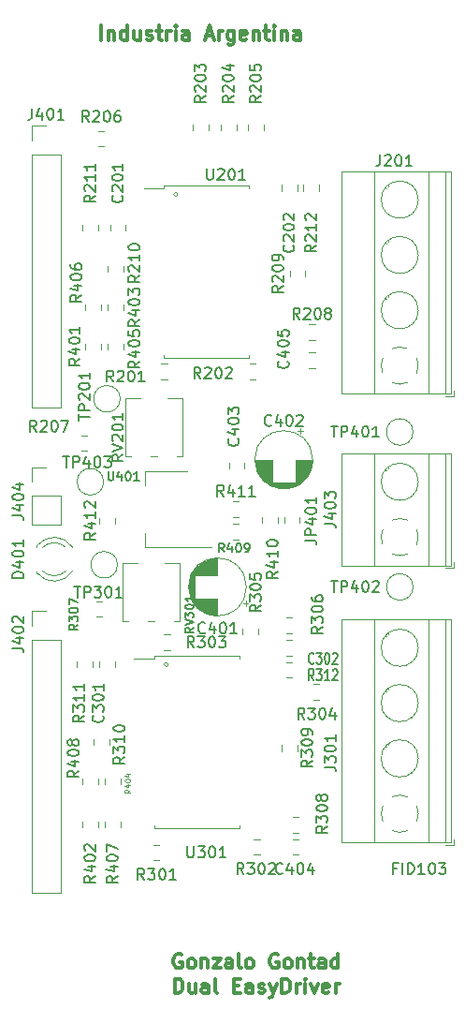
<source format=gbr>
G04 #@! TF.GenerationSoftware,KiCad,Pcbnew,5.1.4-e60b266~84~ubuntu18.04.1*
G04 #@! TF.CreationDate,2019-10-21T19:42:27-03:00*
G04 #@! TF.ProjectId,DCI_TP_Final_GG,4443495f-5450-45f4-9669-6e616c5f4747,M. Brignone*
G04 #@! TF.SameCoordinates,Original*
G04 #@! TF.FileFunction,Legend,Top*
G04 #@! TF.FilePolarity,Positive*
%FSLAX46Y46*%
G04 Gerber Fmt 4.6, Leading zero omitted, Abs format (unit mm)*
G04 Created by KiCad (PCBNEW 5.1.4-e60b266~84~ubuntu18.04.1) date 2019-10-21 19:42:27*
%MOMM*%
%LPD*%
G04 APERTURE LIST*
%ADD10C,0.300000*%
%ADD11C,0.120000*%
%ADD12C,0.150000*%
%ADD13C,0.125000*%
G04 APERTURE END LIST*
D10*
X123252380Y-135725000D02*
X123128571Y-135663095D01*
X122942857Y-135663095D01*
X122757142Y-135725000D01*
X122633333Y-135848809D01*
X122571428Y-135972619D01*
X122509523Y-136220238D01*
X122509523Y-136405952D01*
X122571428Y-136653571D01*
X122633333Y-136777380D01*
X122757142Y-136901190D01*
X122942857Y-136963095D01*
X123066666Y-136963095D01*
X123252380Y-136901190D01*
X123314285Y-136839285D01*
X123314285Y-136405952D01*
X123066666Y-136405952D01*
X124057142Y-136963095D02*
X123933333Y-136901190D01*
X123871428Y-136839285D01*
X123809523Y-136715476D01*
X123809523Y-136344047D01*
X123871428Y-136220238D01*
X123933333Y-136158333D01*
X124057142Y-136096428D01*
X124242857Y-136096428D01*
X124366666Y-136158333D01*
X124428571Y-136220238D01*
X124490476Y-136344047D01*
X124490476Y-136715476D01*
X124428571Y-136839285D01*
X124366666Y-136901190D01*
X124242857Y-136963095D01*
X124057142Y-136963095D01*
X125047619Y-136096428D02*
X125047619Y-136963095D01*
X125047619Y-136220238D02*
X125109523Y-136158333D01*
X125233333Y-136096428D01*
X125419047Y-136096428D01*
X125542857Y-136158333D01*
X125604761Y-136282142D01*
X125604761Y-136963095D01*
X126100000Y-136096428D02*
X126780952Y-136096428D01*
X126100000Y-136963095D01*
X126780952Y-136963095D01*
X127833333Y-136963095D02*
X127833333Y-136282142D01*
X127771428Y-136158333D01*
X127647619Y-136096428D01*
X127400000Y-136096428D01*
X127276190Y-136158333D01*
X127833333Y-136901190D02*
X127709523Y-136963095D01*
X127400000Y-136963095D01*
X127276190Y-136901190D01*
X127214285Y-136777380D01*
X127214285Y-136653571D01*
X127276190Y-136529761D01*
X127400000Y-136467857D01*
X127709523Y-136467857D01*
X127833333Y-136405952D01*
X128638095Y-136963095D02*
X128514285Y-136901190D01*
X128452380Y-136777380D01*
X128452380Y-135663095D01*
X129319047Y-136963095D02*
X129195238Y-136901190D01*
X129133333Y-136839285D01*
X129071428Y-136715476D01*
X129071428Y-136344047D01*
X129133333Y-136220238D01*
X129195238Y-136158333D01*
X129319047Y-136096428D01*
X129504761Y-136096428D01*
X129628571Y-136158333D01*
X129690476Y-136220238D01*
X129752380Y-136344047D01*
X129752380Y-136715476D01*
X129690476Y-136839285D01*
X129628571Y-136901190D01*
X129504761Y-136963095D01*
X129319047Y-136963095D01*
X131980952Y-135725000D02*
X131857142Y-135663095D01*
X131671428Y-135663095D01*
X131485714Y-135725000D01*
X131361904Y-135848809D01*
X131300000Y-135972619D01*
X131238095Y-136220238D01*
X131238095Y-136405952D01*
X131300000Y-136653571D01*
X131361904Y-136777380D01*
X131485714Y-136901190D01*
X131671428Y-136963095D01*
X131795238Y-136963095D01*
X131980952Y-136901190D01*
X132042857Y-136839285D01*
X132042857Y-136405952D01*
X131795238Y-136405952D01*
X132785714Y-136963095D02*
X132661904Y-136901190D01*
X132600000Y-136839285D01*
X132538095Y-136715476D01*
X132538095Y-136344047D01*
X132600000Y-136220238D01*
X132661904Y-136158333D01*
X132785714Y-136096428D01*
X132971428Y-136096428D01*
X133095238Y-136158333D01*
X133157142Y-136220238D01*
X133219047Y-136344047D01*
X133219047Y-136715476D01*
X133157142Y-136839285D01*
X133095238Y-136901190D01*
X132971428Y-136963095D01*
X132785714Y-136963095D01*
X133776190Y-136096428D02*
X133776190Y-136963095D01*
X133776190Y-136220238D02*
X133838095Y-136158333D01*
X133961904Y-136096428D01*
X134147619Y-136096428D01*
X134271428Y-136158333D01*
X134333333Y-136282142D01*
X134333333Y-136963095D01*
X134766666Y-136096428D02*
X135261904Y-136096428D01*
X134952380Y-135663095D02*
X134952380Y-136777380D01*
X135014285Y-136901190D01*
X135138095Y-136963095D01*
X135261904Y-136963095D01*
X136252380Y-136963095D02*
X136252380Y-136282142D01*
X136190476Y-136158333D01*
X136066666Y-136096428D01*
X135819047Y-136096428D01*
X135695238Y-136158333D01*
X136252380Y-136901190D02*
X136128571Y-136963095D01*
X135819047Y-136963095D01*
X135695238Y-136901190D01*
X135633333Y-136777380D01*
X135633333Y-136653571D01*
X135695238Y-136529761D01*
X135819047Y-136467857D01*
X136128571Y-136467857D01*
X136252380Y-136405952D01*
X137428571Y-136963095D02*
X137428571Y-135663095D01*
X137428571Y-136901190D02*
X137304761Y-136963095D01*
X137057142Y-136963095D01*
X136933333Y-136901190D01*
X136871428Y-136839285D01*
X136809523Y-136715476D01*
X136809523Y-136344047D01*
X136871428Y-136220238D01*
X136933333Y-136158333D01*
X137057142Y-136096428D01*
X137304761Y-136096428D01*
X137428571Y-136158333D01*
X122633333Y-139213095D02*
X122633333Y-137913095D01*
X122942857Y-137913095D01*
X123128571Y-137975000D01*
X123252380Y-138098809D01*
X123314285Y-138222619D01*
X123376190Y-138470238D01*
X123376190Y-138655952D01*
X123314285Y-138903571D01*
X123252380Y-139027380D01*
X123128571Y-139151190D01*
X122942857Y-139213095D01*
X122633333Y-139213095D01*
X124490476Y-138346428D02*
X124490476Y-139213095D01*
X123933333Y-138346428D02*
X123933333Y-139027380D01*
X123995238Y-139151190D01*
X124119047Y-139213095D01*
X124304761Y-139213095D01*
X124428571Y-139151190D01*
X124490476Y-139089285D01*
X125666666Y-139213095D02*
X125666666Y-138532142D01*
X125604761Y-138408333D01*
X125480952Y-138346428D01*
X125233333Y-138346428D01*
X125109523Y-138408333D01*
X125666666Y-139151190D02*
X125542857Y-139213095D01*
X125233333Y-139213095D01*
X125109523Y-139151190D01*
X125047619Y-139027380D01*
X125047619Y-138903571D01*
X125109523Y-138779761D01*
X125233333Y-138717857D01*
X125542857Y-138717857D01*
X125666666Y-138655952D01*
X126471428Y-139213095D02*
X126347619Y-139151190D01*
X126285714Y-139027380D01*
X126285714Y-137913095D01*
X127957142Y-138532142D02*
X128390476Y-138532142D01*
X128576190Y-139213095D02*
X127957142Y-139213095D01*
X127957142Y-137913095D01*
X128576190Y-137913095D01*
X129690476Y-139213095D02*
X129690476Y-138532142D01*
X129628571Y-138408333D01*
X129504761Y-138346428D01*
X129257142Y-138346428D01*
X129133333Y-138408333D01*
X129690476Y-139151190D02*
X129566666Y-139213095D01*
X129257142Y-139213095D01*
X129133333Y-139151190D01*
X129071428Y-139027380D01*
X129071428Y-138903571D01*
X129133333Y-138779761D01*
X129257142Y-138717857D01*
X129566666Y-138717857D01*
X129690476Y-138655952D01*
X130247619Y-139151190D02*
X130371428Y-139213095D01*
X130619047Y-139213095D01*
X130742857Y-139151190D01*
X130804761Y-139027380D01*
X130804761Y-138965476D01*
X130742857Y-138841666D01*
X130619047Y-138779761D01*
X130433333Y-138779761D01*
X130309523Y-138717857D01*
X130247619Y-138594047D01*
X130247619Y-138532142D01*
X130309523Y-138408333D01*
X130433333Y-138346428D01*
X130619047Y-138346428D01*
X130742857Y-138408333D01*
X131238095Y-138346428D02*
X131547619Y-139213095D01*
X131857142Y-138346428D02*
X131547619Y-139213095D01*
X131423809Y-139522619D01*
X131361904Y-139584523D01*
X131238095Y-139646428D01*
X132352380Y-139213095D02*
X132352380Y-137913095D01*
X132661904Y-137913095D01*
X132847619Y-137975000D01*
X132971428Y-138098809D01*
X133033333Y-138222619D01*
X133095238Y-138470238D01*
X133095238Y-138655952D01*
X133033333Y-138903571D01*
X132971428Y-139027380D01*
X132847619Y-139151190D01*
X132661904Y-139213095D01*
X132352380Y-139213095D01*
X133652380Y-139213095D02*
X133652380Y-138346428D01*
X133652380Y-138594047D02*
X133714285Y-138470238D01*
X133776190Y-138408333D01*
X133900000Y-138346428D01*
X134023809Y-138346428D01*
X134457142Y-139213095D02*
X134457142Y-138346428D01*
X134457142Y-137913095D02*
X134395238Y-137975000D01*
X134457142Y-138036904D01*
X134519047Y-137975000D01*
X134457142Y-137913095D01*
X134457142Y-138036904D01*
X134952380Y-138346428D02*
X135261904Y-139213095D01*
X135571428Y-138346428D01*
X136561904Y-139151190D02*
X136438095Y-139213095D01*
X136190476Y-139213095D01*
X136066666Y-139151190D01*
X136004761Y-139027380D01*
X136004761Y-138532142D01*
X136066666Y-138408333D01*
X136190476Y-138346428D01*
X136438095Y-138346428D01*
X136561904Y-138408333D01*
X136623809Y-138532142D01*
X136623809Y-138655952D01*
X136004761Y-138779761D01*
X137180952Y-139213095D02*
X137180952Y-138346428D01*
X137180952Y-138594047D02*
X137242857Y-138470238D01*
X137304761Y-138408333D01*
X137428571Y-138346428D01*
X137552380Y-138346428D01*
X115992857Y-53088095D02*
X115992857Y-51788095D01*
X116611904Y-52221428D02*
X116611904Y-53088095D01*
X116611904Y-52345238D02*
X116673809Y-52283333D01*
X116797619Y-52221428D01*
X116983333Y-52221428D01*
X117107142Y-52283333D01*
X117169047Y-52407142D01*
X117169047Y-53088095D01*
X118345238Y-53088095D02*
X118345238Y-51788095D01*
X118345238Y-53026190D02*
X118221428Y-53088095D01*
X117973809Y-53088095D01*
X117850000Y-53026190D01*
X117788095Y-52964285D01*
X117726190Y-52840476D01*
X117726190Y-52469047D01*
X117788095Y-52345238D01*
X117850000Y-52283333D01*
X117973809Y-52221428D01*
X118221428Y-52221428D01*
X118345238Y-52283333D01*
X119521428Y-52221428D02*
X119521428Y-53088095D01*
X118964285Y-52221428D02*
X118964285Y-52902380D01*
X119026190Y-53026190D01*
X119150000Y-53088095D01*
X119335714Y-53088095D01*
X119459523Y-53026190D01*
X119521428Y-52964285D01*
X120078571Y-53026190D02*
X120202380Y-53088095D01*
X120450000Y-53088095D01*
X120573809Y-53026190D01*
X120635714Y-52902380D01*
X120635714Y-52840476D01*
X120573809Y-52716666D01*
X120450000Y-52654761D01*
X120264285Y-52654761D01*
X120140476Y-52592857D01*
X120078571Y-52469047D01*
X120078571Y-52407142D01*
X120140476Y-52283333D01*
X120264285Y-52221428D01*
X120450000Y-52221428D01*
X120573809Y-52283333D01*
X121007142Y-52221428D02*
X121502380Y-52221428D01*
X121192857Y-51788095D02*
X121192857Y-52902380D01*
X121254761Y-53026190D01*
X121378571Y-53088095D01*
X121502380Y-53088095D01*
X121935714Y-53088095D02*
X121935714Y-52221428D01*
X121935714Y-52469047D02*
X121997619Y-52345238D01*
X122059523Y-52283333D01*
X122183333Y-52221428D01*
X122307142Y-52221428D01*
X122740476Y-53088095D02*
X122740476Y-52221428D01*
X122740476Y-51788095D02*
X122678571Y-51850000D01*
X122740476Y-51911904D01*
X122802380Y-51850000D01*
X122740476Y-51788095D01*
X122740476Y-51911904D01*
X123916666Y-53088095D02*
X123916666Y-52407142D01*
X123854761Y-52283333D01*
X123730952Y-52221428D01*
X123483333Y-52221428D01*
X123359523Y-52283333D01*
X123916666Y-53026190D02*
X123792857Y-53088095D01*
X123483333Y-53088095D01*
X123359523Y-53026190D01*
X123297619Y-52902380D01*
X123297619Y-52778571D01*
X123359523Y-52654761D01*
X123483333Y-52592857D01*
X123792857Y-52592857D01*
X123916666Y-52530952D01*
X125464285Y-52716666D02*
X126083333Y-52716666D01*
X125340476Y-53088095D02*
X125773809Y-51788095D01*
X126207142Y-53088095D01*
X126640476Y-53088095D02*
X126640476Y-52221428D01*
X126640476Y-52469047D02*
X126702380Y-52345238D01*
X126764285Y-52283333D01*
X126888095Y-52221428D01*
X127011904Y-52221428D01*
X128002380Y-52221428D02*
X128002380Y-53273809D01*
X127940476Y-53397619D01*
X127878571Y-53459523D01*
X127754761Y-53521428D01*
X127569047Y-53521428D01*
X127445238Y-53459523D01*
X128002380Y-53026190D02*
X127878571Y-53088095D01*
X127630952Y-53088095D01*
X127507142Y-53026190D01*
X127445238Y-52964285D01*
X127383333Y-52840476D01*
X127383333Y-52469047D01*
X127445238Y-52345238D01*
X127507142Y-52283333D01*
X127630952Y-52221428D01*
X127878571Y-52221428D01*
X128002380Y-52283333D01*
X129116666Y-53026190D02*
X128992857Y-53088095D01*
X128745238Y-53088095D01*
X128621428Y-53026190D01*
X128559523Y-52902380D01*
X128559523Y-52407142D01*
X128621428Y-52283333D01*
X128745238Y-52221428D01*
X128992857Y-52221428D01*
X129116666Y-52283333D01*
X129178571Y-52407142D01*
X129178571Y-52530952D01*
X128559523Y-52654761D01*
X129735714Y-52221428D02*
X129735714Y-53088095D01*
X129735714Y-52345238D02*
X129797619Y-52283333D01*
X129921428Y-52221428D01*
X130107142Y-52221428D01*
X130230952Y-52283333D01*
X130292857Y-52407142D01*
X130292857Y-53088095D01*
X130726190Y-52221428D02*
X131221428Y-52221428D01*
X130911904Y-51788095D02*
X130911904Y-52902380D01*
X130973809Y-53026190D01*
X131097619Y-53088095D01*
X131221428Y-53088095D01*
X131654761Y-53088095D02*
X131654761Y-52221428D01*
X131654761Y-51788095D02*
X131592857Y-51850000D01*
X131654761Y-51911904D01*
X131716666Y-51850000D01*
X131654761Y-51788095D01*
X131654761Y-51911904D01*
X132273809Y-52221428D02*
X132273809Y-53088095D01*
X132273809Y-52345238D02*
X132335714Y-52283333D01*
X132459523Y-52221428D01*
X132645238Y-52221428D01*
X132769047Y-52283333D01*
X132830952Y-52407142D01*
X132830952Y-53088095D01*
X134007142Y-53088095D02*
X134007142Y-52407142D01*
X133945238Y-52283333D01*
X133821428Y-52221428D01*
X133573809Y-52221428D01*
X133450000Y-52283333D01*
X134007142Y-53026190D02*
X133883333Y-53088095D01*
X133573809Y-53088095D01*
X133450000Y-53026190D01*
X133388095Y-52902380D01*
X133388095Y-52778571D01*
X133450000Y-52654761D01*
X133573809Y-52592857D01*
X133883333Y-52592857D01*
X134007142Y-52530952D01*
D11*
X122035605Y-109515000D02*
G75*
G03X122035605Y-109515000I-179605J0D01*
G01*
X120790000Y-108955000D02*
X118975000Y-108955000D01*
X120790000Y-108690000D02*
X120790000Y-108955000D01*
X124650000Y-108690000D02*
X120790000Y-108690000D01*
X128510000Y-108690000D02*
X128510000Y-108955000D01*
X124650000Y-108690000D02*
X128510000Y-108690000D01*
X120790000Y-124310000D02*
X120790000Y-124045000D01*
X124650000Y-124310000D02*
X120790000Y-124310000D01*
X128510000Y-124310000D02*
X128510000Y-124045000D01*
X124650000Y-124310000D02*
X128510000Y-124310000D01*
X122885605Y-67015000D02*
G75*
G03X122885605Y-67015000I-179605J0D01*
G01*
X121640000Y-66455000D02*
X119825000Y-66455000D01*
X121640000Y-66190000D02*
X121640000Y-66455000D01*
X125500000Y-66190000D02*
X121640000Y-66190000D01*
X129360000Y-66190000D02*
X129360000Y-66455000D01*
X125500000Y-66190000D02*
X129360000Y-66190000D01*
X121640000Y-81810000D02*
X121640000Y-81545000D01*
X125500000Y-81810000D02*
X121640000Y-81810000D01*
X129360000Y-81810000D02*
X129360000Y-81545000D01*
X125500000Y-81810000D02*
X129360000Y-81810000D01*
X147900000Y-125800000D02*
X147900000Y-125300000D01*
X147160000Y-125800000D02*
X147900000Y-125800000D01*
X144023000Y-109227000D02*
X144069000Y-109274000D01*
X141725000Y-106930000D02*
X141761000Y-106965000D01*
X144239000Y-109034000D02*
X144274000Y-109069000D01*
X141931000Y-106725000D02*
X141977000Y-106772000D01*
X144023000Y-114227000D02*
X144069000Y-114274000D01*
X141725000Y-111930000D02*
X141761000Y-111965000D01*
X144239000Y-114034000D02*
X144274000Y-114069000D01*
X141931000Y-111725000D02*
X141977000Y-111772000D01*
X144023000Y-119227000D02*
X144069000Y-119274000D01*
X141725000Y-116930000D02*
X141761000Y-116965000D01*
X144239000Y-119034000D02*
X144274000Y-119069000D01*
X141931000Y-116725000D02*
X141977000Y-116772000D01*
X137739000Y-105439000D02*
X147660000Y-105439000D01*
X137739000Y-125560000D02*
X147660000Y-125560000D01*
X147660000Y-125560000D02*
X147660000Y-105439000D01*
X137739000Y-125560000D02*
X137739000Y-105439000D01*
X140699000Y-125560000D02*
X140699000Y-105439000D01*
X145600000Y-125560000D02*
X145600000Y-105439000D01*
X147100000Y-125560000D02*
X147100000Y-105439000D01*
X144680000Y-108000000D02*
G75*
G03X144680000Y-108000000I-1680000J0D01*
G01*
X144680000Y-113000000D02*
G75*
G03X144680000Y-113000000I-1680000J0D01*
G01*
X144680000Y-118000000D02*
G75*
G03X144680000Y-118000000I-1680000J0D01*
G01*
X144680253Y-122971195D02*
G75*
G02X144535000Y-123684000I-1680253J-28805D01*
G01*
X143683042Y-124535426D02*
G75*
G02X142316000Y-124535000I-683042J1535426D01*
G01*
X141464574Y-123683042D02*
G75*
G02X141465000Y-122316000I1535426J683042D01*
G01*
X142316958Y-121464574D02*
G75*
G02X143684000Y-121465000I683042J-1535426D01*
G01*
X144534756Y-122316682D02*
G75*
G02X144680000Y-123000000I-1534756J-683318D01*
G01*
X147900000Y-100800000D02*
X147900000Y-100300000D01*
X147160000Y-100800000D02*
X147900000Y-100800000D01*
X144023000Y-94227000D02*
X144069000Y-94274000D01*
X141725000Y-91930000D02*
X141761000Y-91965000D01*
X144239000Y-94034000D02*
X144274000Y-94069000D01*
X141931000Y-91725000D02*
X141977000Y-91772000D01*
X137739000Y-90440000D02*
X147660000Y-90440000D01*
X137739000Y-100560000D02*
X147660000Y-100560000D01*
X147660000Y-100560000D02*
X147660000Y-90440000D01*
X137739000Y-100560000D02*
X137739000Y-90440000D01*
X140699000Y-100560000D02*
X140699000Y-90440000D01*
X145600000Y-100560000D02*
X145600000Y-90440000D01*
X147100000Y-100560000D02*
X147100000Y-90440000D01*
X144680000Y-93000000D02*
G75*
G03X144680000Y-93000000I-1680000J0D01*
G01*
X144680253Y-97971195D02*
G75*
G02X144535000Y-98684000I-1680253J-28805D01*
G01*
X143683042Y-99535426D02*
G75*
G02X142316000Y-99535000I-683042J1535426D01*
G01*
X141464574Y-98683042D02*
G75*
G02X141465000Y-97316000I1535426J683042D01*
G01*
X142316958Y-96464574D02*
G75*
G02X143684000Y-96465000I683042J-1535426D01*
G01*
X144534756Y-97316682D02*
G75*
G02X144680000Y-98000000I-1534756J-683318D01*
G01*
X126000000Y-98910000D02*
X119990000Y-98910000D01*
X123750000Y-92090000D02*
X119990000Y-92090000D01*
X119990000Y-98910000D02*
X119990000Y-97650000D01*
X119990000Y-92090000D02*
X119990000Y-93350000D01*
X116200000Y-93000000D02*
G75*
G03X116200000Y-93000000I-1200000J0D01*
G01*
X144200000Y-102500000D02*
G75*
G03X144200000Y-102500000I-1200000J0D01*
G01*
X144200000Y-88500000D02*
G75*
G03X144200000Y-88500000I-1200000J0D01*
G01*
X117450000Y-100500000D02*
G75*
G03X117450000Y-100500000I-1200000J0D01*
G01*
X117700000Y-85500000D02*
G75*
G03X117700000Y-85500000I-1200000J0D01*
G01*
X118460000Y-105620000D02*
X117880000Y-105620000D01*
X120760000Y-105620000D02*
X120240000Y-105620000D01*
X123120000Y-105620000D02*
X122539000Y-105620000D01*
X119260000Y-100380000D02*
X117880000Y-100380000D01*
X123120000Y-100380000D02*
X121740000Y-100380000D01*
X117880000Y-100380000D02*
X117880000Y-105620000D01*
X123120000Y-100380000D02*
X123120000Y-105620000D01*
X118710000Y-90670000D02*
X118130000Y-90670000D01*
X121010000Y-90670000D02*
X120490000Y-90670000D01*
X123370000Y-90670000D02*
X122789000Y-90670000D01*
X119510000Y-85430000D02*
X118130000Y-85430000D01*
X123370000Y-85430000D02*
X121990000Y-85430000D01*
X118130000Y-85430000D02*
X118130000Y-90670000D01*
X123370000Y-85430000D02*
X123370000Y-90670000D01*
X117210000Y-96303922D02*
X117210000Y-96821078D01*
X115790000Y-96303922D02*
X115790000Y-96821078D01*
X127928922Y-96210000D02*
X128446078Y-96210000D01*
X127928922Y-94790000D02*
X128446078Y-94790000D01*
X131960000Y-96696078D02*
X131960000Y-96178922D01*
X130540000Y-96696078D02*
X130540000Y-96178922D01*
X127928922Y-98210000D02*
X128446078Y-98210000D01*
X127928922Y-96790000D02*
X128446078Y-96790000D01*
X117710000Y-120321078D02*
X117710000Y-119803922D01*
X116290000Y-120321078D02*
X116290000Y-119803922D01*
X116290000Y-123678922D02*
X116290000Y-124196078D01*
X117710000Y-123678922D02*
X117710000Y-124196078D01*
X117960000Y-77508578D02*
X117960000Y-76991422D01*
X116540000Y-77508578D02*
X116540000Y-76991422D01*
X116540000Y-80491422D02*
X116540000Y-81008578D01*
X117960000Y-80491422D02*
X117960000Y-81008578D01*
X114290000Y-119803922D02*
X114290000Y-120321078D01*
X115710000Y-119803922D02*
X115710000Y-120321078D01*
X114540000Y-76991422D02*
X114540000Y-77508578D01*
X115960000Y-76991422D02*
X115960000Y-77508578D01*
X115710000Y-124196078D02*
X115710000Y-123678922D01*
X114290000Y-124196078D02*
X114290000Y-123678922D01*
X115960000Y-81008578D02*
X115960000Y-80491422D01*
X114540000Y-81008578D02*
X114540000Y-80491422D01*
X132741422Y-110710000D02*
X133258578Y-110710000D01*
X132741422Y-109290000D02*
X133258578Y-109290000D01*
X115210000Y-109758578D02*
X115210000Y-109241422D01*
X113790000Y-109758578D02*
X113790000Y-109241422D01*
X115290000Y-116241422D02*
X115290000Y-116758578D01*
X116710000Y-116241422D02*
X116710000Y-116758578D01*
X132290000Y-116803922D02*
X132290000Y-117321078D01*
X133710000Y-116803922D02*
X133710000Y-117321078D01*
X133303922Y-124710000D02*
X133821078Y-124710000D01*
X133303922Y-123290000D02*
X133821078Y-123290000D01*
X116071078Y-103790000D02*
X115553922Y-103790000D01*
X116071078Y-105210000D02*
X115553922Y-105210000D01*
X132741422Y-106710000D02*
X133258578Y-106710000D01*
X132741422Y-105290000D02*
X133258578Y-105290000D01*
X128790000Y-106303922D02*
X128790000Y-106821078D01*
X130210000Y-106303922D02*
X130210000Y-106821078D01*
X135178922Y-112710000D02*
X135696078Y-112710000D01*
X135178922Y-111290000D02*
X135696078Y-111290000D01*
X122196078Y-106790000D02*
X121678922Y-106790000D01*
X122196078Y-108210000D02*
X121678922Y-108210000D01*
X129803922Y-126710000D02*
X130321078Y-126710000D01*
X129803922Y-125290000D02*
X130321078Y-125290000D01*
X120678922Y-127210000D02*
X121196078Y-127210000D01*
X120678922Y-125790000D02*
X121196078Y-125790000D01*
X135710000Y-66696078D02*
X135710000Y-66178922D01*
X134290000Y-66696078D02*
X134290000Y-66178922D01*
X114290000Y-69803922D02*
X114290000Y-70321078D01*
X115710000Y-69803922D02*
X115710000Y-70321078D01*
X116540000Y-73491422D02*
X116540000Y-74008578D01*
X117960000Y-73491422D02*
X117960000Y-74008578D01*
X133040000Y-73928922D02*
X133040000Y-74446078D01*
X134460000Y-73928922D02*
X134460000Y-74446078D01*
X134803922Y-80210000D02*
X135321078Y-80210000D01*
X134803922Y-78790000D02*
X135321078Y-78790000D01*
X114696078Y-88790000D02*
X114178922Y-88790000D01*
X114696078Y-90210000D02*
X114178922Y-90210000D01*
X116258578Y-61290000D02*
X115741422Y-61290000D01*
X116258578Y-62710000D02*
X115741422Y-62710000D01*
X129290000Y-60678922D02*
X129290000Y-61196078D01*
X130710000Y-60678922D02*
X130710000Y-61196078D01*
X128210000Y-61196078D02*
X128210000Y-60678922D01*
X126790000Y-61196078D02*
X126790000Y-60678922D01*
X125710000Y-61196078D02*
X125710000Y-60678922D01*
X124290000Y-61196078D02*
X124290000Y-60678922D01*
X129428922Y-82290000D02*
X129946078Y-82290000D01*
X129428922Y-83710000D02*
X129946078Y-83710000D01*
X121428922Y-82290000D02*
X121946078Y-82290000D01*
X121428922Y-83710000D02*
X121946078Y-83710000D01*
X133960000Y-96696078D02*
X133960000Y-96178922D01*
X132540000Y-96696078D02*
X132540000Y-96178922D01*
X109670000Y-91670000D02*
X111000000Y-91670000D01*
X109670000Y-93000000D02*
X109670000Y-91670000D01*
X109670000Y-94270000D02*
X112330000Y-94270000D01*
X112330000Y-94270000D02*
X112330000Y-96870000D01*
X109670000Y-94270000D02*
X109670000Y-96870000D01*
X109670000Y-96870000D02*
X112330000Y-96870000D01*
X109670000Y-104670000D02*
X111000000Y-104670000D01*
X109670000Y-106000000D02*
X109670000Y-104670000D01*
X109670000Y-107270000D02*
X112330000Y-107270000D01*
X112330000Y-107270000D02*
X112330000Y-130190000D01*
X109670000Y-107270000D02*
X109670000Y-130190000D01*
X109670000Y-130190000D02*
X112330000Y-130190000D01*
X109670000Y-60810000D02*
X111000000Y-60810000D01*
X109670000Y-62140000D02*
X109670000Y-60810000D01*
X109670000Y-63410000D02*
X112330000Y-63410000D01*
X112330000Y-63410000D02*
X112330000Y-86330000D01*
X109670000Y-63410000D02*
X109670000Y-86330000D01*
X109670000Y-86330000D02*
X112330000Y-86330000D01*
X147900000Y-85300000D02*
X147900000Y-84800000D01*
X147160000Y-85300000D02*
X147900000Y-85300000D01*
X144023000Y-68727000D02*
X144069000Y-68774000D01*
X141725000Y-66430000D02*
X141761000Y-66465000D01*
X144239000Y-68534000D02*
X144274000Y-68569000D01*
X141931000Y-66225000D02*
X141977000Y-66272000D01*
X144023000Y-73727000D02*
X144069000Y-73774000D01*
X141725000Y-71430000D02*
X141761000Y-71465000D01*
X144239000Y-73534000D02*
X144274000Y-73569000D01*
X141931000Y-71225000D02*
X141977000Y-71272000D01*
X144023000Y-78727000D02*
X144069000Y-78774000D01*
X141725000Y-76430000D02*
X141761000Y-76465000D01*
X144239000Y-78534000D02*
X144274000Y-78569000D01*
X141931000Y-76225000D02*
X141977000Y-76272000D01*
X137739000Y-64939000D02*
X147660000Y-64939000D01*
X137739000Y-85060000D02*
X147660000Y-85060000D01*
X147660000Y-85060000D02*
X147660000Y-64939000D01*
X137739000Y-85060000D02*
X137739000Y-64939000D01*
X140699000Y-85060000D02*
X140699000Y-64939000D01*
X145600000Y-85060000D02*
X145600000Y-64939000D01*
X147100000Y-85060000D02*
X147100000Y-64939000D01*
X144680000Y-67500000D02*
G75*
G03X144680000Y-67500000I-1680000J0D01*
G01*
X144680000Y-72500000D02*
G75*
G03X144680000Y-72500000I-1680000J0D01*
G01*
X144680000Y-77500000D02*
G75*
G03X144680000Y-77500000I-1680000J0D01*
G01*
X144680253Y-82471195D02*
G75*
G02X144535000Y-83184000I-1680253J-28805D01*
G01*
X143683042Y-84035426D02*
G75*
G02X142316000Y-84035000I-683042J1535426D01*
G01*
X141464574Y-83183042D02*
G75*
G02X141465000Y-81816000I1535426J683042D01*
G01*
X142316958Y-80964574D02*
G75*
G02X143684000Y-80965000I683042J-1535426D01*
G01*
X144534756Y-81816682D02*
G75*
G02X144680000Y-82500000I-1534756J-683318D01*
G01*
X110170000Y-101080000D02*
X110170000Y-101236000D01*
X110170000Y-98764000D02*
X110170000Y-98920000D01*
X112771130Y-101079837D02*
G75*
G02X110689039Y-101080000I-1041130J1079837D01*
G01*
X112771130Y-98920163D02*
G75*
G03X110689039Y-98920000I-1041130J-1079837D01*
G01*
X113402335Y-101078608D02*
G75*
G02X110170000Y-101235516I-1672335J1078608D01*
G01*
X113402335Y-98921392D02*
G75*
G03X110170000Y-98764484I-1672335J-1078608D01*
G01*
X134803922Y-82710000D02*
X135321078Y-82710000D01*
X134803922Y-81290000D02*
X135321078Y-81290000D01*
X133303922Y-126710000D02*
X133821078Y-126710000D01*
X133303922Y-125290000D02*
X133821078Y-125290000D01*
X128960000Y-91821078D02*
X128960000Y-91303922D01*
X127540000Y-91821078D02*
X127540000Y-91303922D01*
X134225000Y-88445225D02*
X133725000Y-88445225D01*
X133975000Y-88195225D02*
X133975000Y-88695225D01*
X132784000Y-93601000D02*
X132216000Y-93601000D01*
X133018000Y-93561000D02*
X131982000Y-93561000D01*
X133177000Y-93521000D02*
X131823000Y-93521000D01*
X133305000Y-93481000D02*
X131695000Y-93481000D01*
X133415000Y-93441000D02*
X131585000Y-93441000D01*
X133511000Y-93401000D02*
X131489000Y-93401000D01*
X133598000Y-93361000D02*
X131402000Y-93361000D01*
X133678000Y-93321000D02*
X131322000Y-93321000D01*
X133751000Y-93281000D02*
X131249000Y-93281000D01*
X133819000Y-93241000D02*
X131181000Y-93241000D01*
X133883000Y-93201000D02*
X131117000Y-93201000D01*
X133943000Y-93161000D02*
X131057000Y-93161000D01*
X134000000Y-93121000D02*
X131000000Y-93121000D01*
X134054000Y-93081000D02*
X130946000Y-93081000D01*
X134105000Y-93041000D02*
X130895000Y-93041000D01*
X131460000Y-93001000D02*
X130847000Y-93001000D01*
X134153000Y-93001000D02*
X133540000Y-93001000D01*
X131460000Y-92961000D02*
X130801000Y-92961000D01*
X134199000Y-92961000D02*
X133540000Y-92961000D01*
X131460000Y-92921000D02*
X130757000Y-92921000D01*
X134243000Y-92921000D02*
X133540000Y-92921000D01*
X131460000Y-92881000D02*
X130715000Y-92881000D01*
X134285000Y-92881000D02*
X133540000Y-92881000D01*
X131460000Y-92841000D02*
X130674000Y-92841000D01*
X134326000Y-92841000D02*
X133540000Y-92841000D01*
X131460000Y-92801000D02*
X130636000Y-92801000D01*
X134364000Y-92801000D02*
X133540000Y-92801000D01*
X131460000Y-92761000D02*
X130599000Y-92761000D01*
X134401000Y-92761000D02*
X133540000Y-92761000D01*
X131460000Y-92721000D02*
X130563000Y-92721000D01*
X134437000Y-92721000D02*
X133540000Y-92721000D01*
X131460000Y-92681000D02*
X130529000Y-92681000D01*
X134471000Y-92681000D02*
X133540000Y-92681000D01*
X131460000Y-92641000D02*
X130496000Y-92641000D01*
X134504000Y-92641000D02*
X133540000Y-92641000D01*
X131460000Y-92601000D02*
X130465000Y-92601000D01*
X134535000Y-92601000D02*
X133540000Y-92601000D01*
X131460000Y-92561000D02*
X130435000Y-92561000D01*
X134565000Y-92561000D02*
X133540000Y-92561000D01*
X131460000Y-92521000D02*
X130405000Y-92521000D01*
X134595000Y-92521000D02*
X133540000Y-92521000D01*
X131460000Y-92481000D02*
X130378000Y-92481000D01*
X134622000Y-92481000D02*
X133540000Y-92481000D01*
X131460000Y-92441000D02*
X130351000Y-92441000D01*
X134649000Y-92441000D02*
X133540000Y-92441000D01*
X131460000Y-92401000D02*
X130325000Y-92401000D01*
X134675000Y-92401000D02*
X133540000Y-92401000D01*
X131460000Y-92361000D02*
X130300000Y-92361000D01*
X134700000Y-92361000D02*
X133540000Y-92361000D01*
X131460000Y-92321000D02*
X130276000Y-92321000D01*
X134724000Y-92321000D02*
X133540000Y-92321000D01*
X131460000Y-92281000D02*
X130253000Y-92281000D01*
X134747000Y-92281000D02*
X133540000Y-92281000D01*
X131460000Y-92241000D02*
X130232000Y-92241000D01*
X134768000Y-92241000D02*
X133540000Y-92241000D01*
X131460000Y-92201000D02*
X130210000Y-92201000D01*
X134790000Y-92201000D02*
X133540000Y-92201000D01*
X131460000Y-92161000D02*
X130190000Y-92161000D01*
X134810000Y-92161000D02*
X133540000Y-92161000D01*
X131460000Y-92121000D02*
X130171000Y-92121000D01*
X134829000Y-92121000D02*
X133540000Y-92121000D01*
X131460000Y-92081000D02*
X130152000Y-92081000D01*
X134848000Y-92081000D02*
X133540000Y-92081000D01*
X131460000Y-92041000D02*
X130135000Y-92041000D01*
X134865000Y-92041000D02*
X133540000Y-92041000D01*
X131460000Y-92001000D02*
X130118000Y-92001000D01*
X134882000Y-92001000D02*
X133540000Y-92001000D01*
X131460000Y-91961000D02*
X130102000Y-91961000D01*
X134898000Y-91961000D02*
X133540000Y-91961000D01*
X131460000Y-91921000D02*
X130086000Y-91921000D01*
X134914000Y-91921000D02*
X133540000Y-91921000D01*
X131460000Y-91881000D02*
X130072000Y-91881000D01*
X134928000Y-91881000D02*
X133540000Y-91881000D01*
X131460000Y-91841000D02*
X130058000Y-91841000D01*
X134942000Y-91841000D02*
X133540000Y-91841000D01*
X131460000Y-91801000D02*
X130045000Y-91801000D01*
X134955000Y-91801000D02*
X133540000Y-91801000D01*
X131460000Y-91761000D02*
X130032000Y-91761000D01*
X134968000Y-91761000D02*
X133540000Y-91761000D01*
X131460000Y-91721000D02*
X130020000Y-91721000D01*
X134980000Y-91721000D02*
X133540000Y-91721000D01*
X131460000Y-91680000D02*
X130009000Y-91680000D01*
X134991000Y-91680000D02*
X133540000Y-91680000D01*
X131460000Y-91640000D02*
X129999000Y-91640000D01*
X135001000Y-91640000D02*
X133540000Y-91640000D01*
X131460000Y-91600000D02*
X129989000Y-91600000D01*
X135011000Y-91600000D02*
X133540000Y-91600000D01*
X131460000Y-91560000D02*
X129980000Y-91560000D01*
X135020000Y-91560000D02*
X133540000Y-91560000D01*
X131460000Y-91520000D02*
X129972000Y-91520000D01*
X135028000Y-91520000D02*
X133540000Y-91520000D01*
X131460000Y-91480000D02*
X129964000Y-91480000D01*
X135036000Y-91480000D02*
X133540000Y-91480000D01*
X131460000Y-91440000D02*
X129957000Y-91440000D01*
X135043000Y-91440000D02*
X133540000Y-91440000D01*
X131460000Y-91400000D02*
X129950000Y-91400000D01*
X135050000Y-91400000D02*
X133540000Y-91400000D01*
X131460000Y-91360000D02*
X129944000Y-91360000D01*
X135056000Y-91360000D02*
X133540000Y-91360000D01*
X131460000Y-91320000D02*
X129939000Y-91320000D01*
X135061000Y-91320000D02*
X133540000Y-91320000D01*
X131460000Y-91280000D02*
X129935000Y-91280000D01*
X135065000Y-91280000D02*
X133540000Y-91280000D01*
X131460000Y-91240000D02*
X129931000Y-91240000D01*
X135069000Y-91240000D02*
X133540000Y-91240000D01*
X131460000Y-91200000D02*
X129927000Y-91200000D01*
X135073000Y-91200000D02*
X133540000Y-91200000D01*
X131460000Y-91160000D02*
X129924000Y-91160000D01*
X135076000Y-91160000D02*
X133540000Y-91160000D01*
X131460000Y-91120000D02*
X129922000Y-91120000D01*
X135078000Y-91120000D02*
X133540000Y-91120000D01*
X131460000Y-91080000D02*
X129921000Y-91080000D01*
X135079000Y-91080000D02*
X133540000Y-91080000D01*
X135080000Y-91040000D02*
X133540000Y-91040000D01*
X131460000Y-91040000D02*
X129920000Y-91040000D01*
X135080000Y-91000000D02*
X133540000Y-91000000D01*
X131460000Y-91000000D02*
X129920000Y-91000000D01*
X135120000Y-91000000D02*
G75*
G03X135120000Y-91000000I-2620000J0D01*
G01*
X129054775Y-104225000D02*
X129054775Y-103725000D01*
X129304775Y-103975000D02*
X128804775Y-103975000D01*
X123899000Y-102784000D02*
X123899000Y-102216000D01*
X123939000Y-103018000D02*
X123939000Y-101982000D01*
X123979000Y-103177000D02*
X123979000Y-101823000D01*
X124019000Y-103305000D02*
X124019000Y-101695000D01*
X124059000Y-103415000D02*
X124059000Y-101585000D01*
X124099000Y-103511000D02*
X124099000Y-101489000D01*
X124139000Y-103598000D02*
X124139000Y-101402000D01*
X124179000Y-103678000D02*
X124179000Y-101322000D01*
X124219000Y-103751000D02*
X124219000Y-101249000D01*
X124259000Y-103819000D02*
X124259000Y-101181000D01*
X124299000Y-103883000D02*
X124299000Y-101117000D01*
X124339000Y-103943000D02*
X124339000Y-101057000D01*
X124379000Y-104000000D02*
X124379000Y-101000000D01*
X124419000Y-104054000D02*
X124419000Y-100946000D01*
X124459000Y-104105000D02*
X124459000Y-100895000D01*
X124499000Y-101460000D02*
X124499000Y-100847000D01*
X124499000Y-104153000D02*
X124499000Y-103540000D01*
X124539000Y-101460000D02*
X124539000Y-100801000D01*
X124539000Y-104199000D02*
X124539000Y-103540000D01*
X124579000Y-101460000D02*
X124579000Y-100757000D01*
X124579000Y-104243000D02*
X124579000Y-103540000D01*
X124619000Y-101460000D02*
X124619000Y-100715000D01*
X124619000Y-104285000D02*
X124619000Y-103540000D01*
X124659000Y-101460000D02*
X124659000Y-100674000D01*
X124659000Y-104326000D02*
X124659000Y-103540000D01*
X124699000Y-101460000D02*
X124699000Y-100636000D01*
X124699000Y-104364000D02*
X124699000Y-103540000D01*
X124739000Y-101460000D02*
X124739000Y-100599000D01*
X124739000Y-104401000D02*
X124739000Y-103540000D01*
X124779000Y-101460000D02*
X124779000Y-100563000D01*
X124779000Y-104437000D02*
X124779000Y-103540000D01*
X124819000Y-101460000D02*
X124819000Y-100529000D01*
X124819000Y-104471000D02*
X124819000Y-103540000D01*
X124859000Y-101460000D02*
X124859000Y-100496000D01*
X124859000Y-104504000D02*
X124859000Y-103540000D01*
X124899000Y-101460000D02*
X124899000Y-100465000D01*
X124899000Y-104535000D02*
X124899000Y-103540000D01*
X124939000Y-101460000D02*
X124939000Y-100435000D01*
X124939000Y-104565000D02*
X124939000Y-103540000D01*
X124979000Y-101460000D02*
X124979000Y-100405000D01*
X124979000Y-104595000D02*
X124979000Y-103540000D01*
X125019000Y-101460000D02*
X125019000Y-100378000D01*
X125019000Y-104622000D02*
X125019000Y-103540000D01*
X125059000Y-101460000D02*
X125059000Y-100351000D01*
X125059000Y-104649000D02*
X125059000Y-103540000D01*
X125099000Y-101460000D02*
X125099000Y-100325000D01*
X125099000Y-104675000D02*
X125099000Y-103540000D01*
X125139000Y-101460000D02*
X125139000Y-100300000D01*
X125139000Y-104700000D02*
X125139000Y-103540000D01*
X125179000Y-101460000D02*
X125179000Y-100276000D01*
X125179000Y-104724000D02*
X125179000Y-103540000D01*
X125219000Y-101460000D02*
X125219000Y-100253000D01*
X125219000Y-104747000D02*
X125219000Y-103540000D01*
X125259000Y-101460000D02*
X125259000Y-100232000D01*
X125259000Y-104768000D02*
X125259000Y-103540000D01*
X125299000Y-101460000D02*
X125299000Y-100210000D01*
X125299000Y-104790000D02*
X125299000Y-103540000D01*
X125339000Y-101460000D02*
X125339000Y-100190000D01*
X125339000Y-104810000D02*
X125339000Y-103540000D01*
X125379000Y-101460000D02*
X125379000Y-100171000D01*
X125379000Y-104829000D02*
X125379000Y-103540000D01*
X125419000Y-101460000D02*
X125419000Y-100152000D01*
X125419000Y-104848000D02*
X125419000Y-103540000D01*
X125459000Y-101460000D02*
X125459000Y-100135000D01*
X125459000Y-104865000D02*
X125459000Y-103540000D01*
X125499000Y-101460000D02*
X125499000Y-100118000D01*
X125499000Y-104882000D02*
X125499000Y-103540000D01*
X125539000Y-101460000D02*
X125539000Y-100102000D01*
X125539000Y-104898000D02*
X125539000Y-103540000D01*
X125579000Y-101460000D02*
X125579000Y-100086000D01*
X125579000Y-104914000D02*
X125579000Y-103540000D01*
X125619000Y-101460000D02*
X125619000Y-100072000D01*
X125619000Y-104928000D02*
X125619000Y-103540000D01*
X125659000Y-101460000D02*
X125659000Y-100058000D01*
X125659000Y-104942000D02*
X125659000Y-103540000D01*
X125699000Y-101460000D02*
X125699000Y-100045000D01*
X125699000Y-104955000D02*
X125699000Y-103540000D01*
X125739000Y-101460000D02*
X125739000Y-100032000D01*
X125739000Y-104968000D02*
X125739000Y-103540000D01*
X125779000Y-101460000D02*
X125779000Y-100020000D01*
X125779000Y-104980000D02*
X125779000Y-103540000D01*
X125820000Y-101460000D02*
X125820000Y-100009000D01*
X125820000Y-104991000D02*
X125820000Y-103540000D01*
X125860000Y-101460000D02*
X125860000Y-99999000D01*
X125860000Y-105001000D02*
X125860000Y-103540000D01*
X125900000Y-101460000D02*
X125900000Y-99989000D01*
X125900000Y-105011000D02*
X125900000Y-103540000D01*
X125940000Y-101460000D02*
X125940000Y-99980000D01*
X125940000Y-105020000D02*
X125940000Y-103540000D01*
X125980000Y-101460000D02*
X125980000Y-99972000D01*
X125980000Y-105028000D02*
X125980000Y-103540000D01*
X126020000Y-101460000D02*
X126020000Y-99964000D01*
X126020000Y-105036000D02*
X126020000Y-103540000D01*
X126060000Y-101460000D02*
X126060000Y-99957000D01*
X126060000Y-105043000D02*
X126060000Y-103540000D01*
X126100000Y-101460000D02*
X126100000Y-99950000D01*
X126100000Y-105050000D02*
X126100000Y-103540000D01*
X126140000Y-101460000D02*
X126140000Y-99944000D01*
X126140000Y-105056000D02*
X126140000Y-103540000D01*
X126180000Y-101460000D02*
X126180000Y-99939000D01*
X126180000Y-105061000D02*
X126180000Y-103540000D01*
X126220000Y-101460000D02*
X126220000Y-99935000D01*
X126220000Y-105065000D02*
X126220000Y-103540000D01*
X126260000Y-101460000D02*
X126260000Y-99931000D01*
X126260000Y-105069000D02*
X126260000Y-103540000D01*
X126300000Y-101460000D02*
X126300000Y-99927000D01*
X126300000Y-105073000D02*
X126300000Y-103540000D01*
X126340000Y-101460000D02*
X126340000Y-99924000D01*
X126340000Y-105076000D02*
X126340000Y-103540000D01*
X126380000Y-101460000D02*
X126380000Y-99922000D01*
X126380000Y-105078000D02*
X126380000Y-103540000D01*
X126420000Y-101460000D02*
X126420000Y-99921000D01*
X126420000Y-105079000D02*
X126420000Y-103540000D01*
X126460000Y-105080000D02*
X126460000Y-103540000D01*
X126460000Y-101460000D02*
X126460000Y-99920000D01*
X126500000Y-105080000D02*
X126500000Y-103540000D01*
X126500000Y-101460000D02*
X126500000Y-99920000D01*
X129120000Y-102500000D02*
G75*
G03X129120000Y-102500000I-2620000J0D01*
G01*
X132741422Y-108710000D02*
X133258578Y-108710000D01*
X132741422Y-107290000D02*
X133258578Y-107290000D01*
X117210000Y-109758578D02*
X117210000Y-109241422D01*
X115790000Y-109758578D02*
X115790000Y-109241422D01*
X133710000Y-66696078D02*
X133710000Y-66178922D01*
X132290000Y-66696078D02*
X132290000Y-66178922D01*
X116790000Y-69803922D02*
X116790000Y-70321078D01*
X118210000Y-69803922D02*
X118210000Y-70321078D01*
D12*
X142726190Y-127928571D02*
X142392857Y-127928571D01*
X142392857Y-128452380D02*
X142392857Y-127452380D01*
X142869047Y-127452380D01*
X143250000Y-128452380D02*
X143250000Y-127452380D01*
X143726190Y-128452380D02*
X143726190Y-127452380D01*
X143964285Y-127452380D01*
X144107142Y-127500000D01*
X144202380Y-127595238D01*
X144250000Y-127690476D01*
X144297619Y-127880952D01*
X144297619Y-128023809D01*
X144250000Y-128214285D01*
X144202380Y-128309523D01*
X144107142Y-128404761D01*
X143964285Y-128452380D01*
X143726190Y-128452380D01*
X145250000Y-128452380D02*
X144678571Y-128452380D01*
X144964285Y-128452380D02*
X144964285Y-127452380D01*
X144869047Y-127595238D01*
X144773809Y-127690476D01*
X144678571Y-127738095D01*
X145869047Y-127452380D02*
X145964285Y-127452380D01*
X146059523Y-127500000D01*
X146107142Y-127547619D01*
X146154761Y-127642857D01*
X146202380Y-127833333D01*
X146202380Y-128071428D01*
X146154761Y-128261904D01*
X146107142Y-128357142D01*
X146059523Y-128404761D01*
X145964285Y-128452380D01*
X145869047Y-128452380D01*
X145773809Y-128404761D01*
X145726190Y-128357142D01*
X145678571Y-128261904D01*
X145630952Y-128071428D01*
X145630952Y-127833333D01*
X145678571Y-127642857D01*
X145726190Y-127547619D01*
X145773809Y-127500000D01*
X145869047Y-127452380D01*
X146535714Y-127452380D02*
X147154761Y-127452380D01*
X146821428Y-127833333D01*
X146964285Y-127833333D01*
X147059523Y-127880952D01*
X147107142Y-127928571D01*
X147154761Y-128023809D01*
X147154761Y-128261904D01*
X147107142Y-128357142D01*
X147059523Y-128404761D01*
X146964285Y-128452380D01*
X146678571Y-128452380D01*
X146583333Y-128404761D01*
X146535714Y-128357142D01*
X123785714Y-125952380D02*
X123785714Y-126761904D01*
X123833333Y-126857142D01*
X123880952Y-126904761D01*
X123976190Y-126952380D01*
X124166666Y-126952380D01*
X124261904Y-126904761D01*
X124309523Y-126857142D01*
X124357142Y-126761904D01*
X124357142Y-125952380D01*
X124738095Y-125952380D02*
X125357142Y-125952380D01*
X125023809Y-126333333D01*
X125166666Y-126333333D01*
X125261904Y-126380952D01*
X125309523Y-126428571D01*
X125357142Y-126523809D01*
X125357142Y-126761904D01*
X125309523Y-126857142D01*
X125261904Y-126904761D01*
X125166666Y-126952380D01*
X124880952Y-126952380D01*
X124785714Y-126904761D01*
X124738095Y-126857142D01*
X125976190Y-125952380D02*
X126071428Y-125952380D01*
X126166666Y-126000000D01*
X126214285Y-126047619D01*
X126261904Y-126142857D01*
X126309523Y-126333333D01*
X126309523Y-126571428D01*
X126261904Y-126761904D01*
X126214285Y-126857142D01*
X126166666Y-126904761D01*
X126071428Y-126952380D01*
X125976190Y-126952380D01*
X125880952Y-126904761D01*
X125833333Y-126857142D01*
X125785714Y-126761904D01*
X125738095Y-126571428D01*
X125738095Y-126333333D01*
X125785714Y-126142857D01*
X125833333Y-126047619D01*
X125880952Y-126000000D01*
X125976190Y-125952380D01*
X127261904Y-126952380D02*
X126690476Y-126952380D01*
X126976190Y-126952380D02*
X126976190Y-125952380D01*
X126880952Y-126095238D01*
X126785714Y-126190476D01*
X126690476Y-126238095D01*
X125535714Y-64702380D02*
X125535714Y-65511904D01*
X125583333Y-65607142D01*
X125630952Y-65654761D01*
X125726190Y-65702380D01*
X125916666Y-65702380D01*
X126011904Y-65654761D01*
X126059523Y-65607142D01*
X126107142Y-65511904D01*
X126107142Y-64702380D01*
X126535714Y-64797619D02*
X126583333Y-64750000D01*
X126678571Y-64702380D01*
X126916666Y-64702380D01*
X127011904Y-64750000D01*
X127059523Y-64797619D01*
X127107142Y-64892857D01*
X127107142Y-64988095D01*
X127059523Y-65130952D01*
X126488095Y-65702380D01*
X127107142Y-65702380D01*
X127726190Y-64702380D02*
X127821428Y-64702380D01*
X127916666Y-64750000D01*
X127964285Y-64797619D01*
X128011904Y-64892857D01*
X128059523Y-65083333D01*
X128059523Y-65321428D01*
X128011904Y-65511904D01*
X127964285Y-65607142D01*
X127916666Y-65654761D01*
X127821428Y-65702380D01*
X127726190Y-65702380D01*
X127630952Y-65654761D01*
X127583333Y-65607142D01*
X127535714Y-65511904D01*
X127488095Y-65321428D01*
X127488095Y-65083333D01*
X127535714Y-64892857D01*
X127583333Y-64797619D01*
X127630952Y-64750000D01*
X127726190Y-64702380D01*
X129011904Y-65702380D02*
X128440476Y-65702380D01*
X128726190Y-65702380D02*
X128726190Y-64702380D01*
X128630952Y-64845238D01*
X128535714Y-64940476D01*
X128440476Y-64988095D01*
X136192380Y-118785714D02*
X136906666Y-118785714D01*
X137049523Y-118833333D01*
X137144761Y-118928571D01*
X137192380Y-119071428D01*
X137192380Y-119166666D01*
X136192380Y-118404761D02*
X136192380Y-117785714D01*
X136573333Y-118119047D01*
X136573333Y-117976190D01*
X136620952Y-117880952D01*
X136668571Y-117833333D01*
X136763809Y-117785714D01*
X137001904Y-117785714D01*
X137097142Y-117833333D01*
X137144761Y-117880952D01*
X137192380Y-117976190D01*
X137192380Y-118261904D01*
X137144761Y-118357142D01*
X137097142Y-118404761D01*
X136192380Y-117166666D02*
X136192380Y-117071428D01*
X136240000Y-116976190D01*
X136287619Y-116928571D01*
X136382857Y-116880952D01*
X136573333Y-116833333D01*
X136811428Y-116833333D01*
X137001904Y-116880952D01*
X137097142Y-116928571D01*
X137144761Y-116976190D01*
X137192380Y-117071428D01*
X137192380Y-117166666D01*
X137144761Y-117261904D01*
X137097142Y-117309523D01*
X137001904Y-117357142D01*
X136811428Y-117404761D01*
X136573333Y-117404761D01*
X136382857Y-117357142D01*
X136287619Y-117309523D01*
X136240000Y-117261904D01*
X136192380Y-117166666D01*
X137192380Y-115880952D02*
X137192380Y-116452380D01*
X137192380Y-116166666D02*
X136192380Y-116166666D01*
X136335238Y-116261904D01*
X136430476Y-116357142D01*
X136478095Y-116452380D01*
X136192380Y-96785714D02*
X136906666Y-96785714D01*
X137049523Y-96833333D01*
X137144761Y-96928571D01*
X137192380Y-97071428D01*
X137192380Y-97166666D01*
X136525714Y-95880952D02*
X137192380Y-95880952D01*
X136144761Y-96119047D02*
X136859047Y-96357142D01*
X136859047Y-95738095D01*
X136192380Y-95166666D02*
X136192380Y-95071428D01*
X136240000Y-94976190D01*
X136287619Y-94928571D01*
X136382857Y-94880952D01*
X136573333Y-94833333D01*
X136811428Y-94833333D01*
X137001904Y-94880952D01*
X137097142Y-94928571D01*
X137144761Y-94976190D01*
X137192380Y-95071428D01*
X137192380Y-95166666D01*
X137144761Y-95261904D01*
X137097142Y-95309523D01*
X137001904Y-95357142D01*
X136811428Y-95404761D01*
X136573333Y-95404761D01*
X136382857Y-95357142D01*
X136287619Y-95309523D01*
X136240000Y-95261904D01*
X136192380Y-95166666D01*
X136192380Y-94500000D02*
X136192380Y-93880952D01*
X136573333Y-94214285D01*
X136573333Y-94071428D01*
X136620952Y-93976190D01*
X136668571Y-93928571D01*
X136763809Y-93880952D01*
X137001904Y-93880952D01*
X137097142Y-93928571D01*
X137144761Y-93976190D01*
X137192380Y-94071428D01*
X137192380Y-94357142D01*
X137144761Y-94452380D01*
X137097142Y-94500000D01*
X116628571Y-92061904D02*
X116628571Y-92709523D01*
X116666666Y-92785714D01*
X116704761Y-92823809D01*
X116780952Y-92861904D01*
X116933333Y-92861904D01*
X117009523Y-92823809D01*
X117047619Y-92785714D01*
X117085714Y-92709523D01*
X117085714Y-92061904D01*
X117809523Y-92328571D02*
X117809523Y-92861904D01*
X117619047Y-92023809D02*
X117428571Y-92595238D01*
X117923809Y-92595238D01*
X118380952Y-92061904D02*
X118457142Y-92061904D01*
X118533333Y-92100000D01*
X118571428Y-92138095D01*
X118609523Y-92214285D01*
X118647619Y-92366666D01*
X118647619Y-92557142D01*
X118609523Y-92709523D01*
X118571428Y-92785714D01*
X118533333Y-92823809D01*
X118457142Y-92861904D01*
X118380952Y-92861904D01*
X118304761Y-92823809D01*
X118266666Y-92785714D01*
X118228571Y-92709523D01*
X118190476Y-92557142D01*
X118190476Y-92366666D01*
X118228571Y-92214285D01*
X118266666Y-92138095D01*
X118304761Y-92100000D01*
X118380952Y-92061904D01*
X119409523Y-92861904D02*
X118952380Y-92861904D01*
X119180952Y-92861904D02*
X119180952Y-92061904D01*
X119104761Y-92176190D01*
X119028571Y-92252380D01*
X118952380Y-92290476D01*
X112535714Y-90702380D02*
X113107142Y-90702380D01*
X112821428Y-91702380D02*
X112821428Y-90702380D01*
X113440476Y-91702380D02*
X113440476Y-90702380D01*
X113821428Y-90702380D01*
X113916666Y-90750000D01*
X113964285Y-90797619D01*
X114011904Y-90892857D01*
X114011904Y-91035714D01*
X113964285Y-91130952D01*
X113916666Y-91178571D01*
X113821428Y-91226190D01*
X113440476Y-91226190D01*
X114869047Y-91035714D02*
X114869047Y-91702380D01*
X114630952Y-90654761D02*
X114392857Y-91369047D01*
X115011904Y-91369047D01*
X115583333Y-90702380D02*
X115678571Y-90702380D01*
X115773809Y-90750000D01*
X115821428Y-90797619D01*
X115869047Y-90892857D01*
X115916666Y-91083333D01*
X115916666Y-91321428D01*
X115869047Y-91511904D01*
X115821428Y-91607142D01*
X115773809Y-91654761D01*
X115678571Y-91702380D01*
X115583333Y-91702380D01*
X115488095Y-91654761D01*
X115440476Y-91607142D01*
X115392857Y-91511904D01*
X115345238Y-91321428D01*
X115345238Y-91083333D01*
X115392857Y-90892857D01*
X115440476Y-90797619D01*
X115488095Y-90750000D01*
X115583333Y-90702380D01*
X116250000Y-90702380D02*
X116869047Y-90702380D01*
X116535714Y-91083333D01*
X116678571Y-91083333D01*
X116773809Y-91130952D01*
X116821428Y-91178571D01*
X116869047Y-91273809D01*
X116869047Y-91511904D01*
X116821428Y-91607142D01*
X116773809Y-91654761D01*
X116678571Y-91702380D01*
X116392857Y-91702380D01*
X116297619Y-91654761D01*
X116250000Y-91607142D01*
X136785714Y-101952380D02*
X137357142Y-101952380D01*
X137071428Y-102952380D02*
X137071428Y-101952380D01*
X137690476Y-102952380D02*
X137690476Y-101952380D01*
X138071428Y-101952380D01*
X138166666Y-102000000D01*
X138214285Y-102047619D01*
X138261904Y-102142857D01*
X138261904Y-102285714D01*
X138214285Y-102380952D01*
X138166666Y-102428571D01*
X138071428Y-102476190D01*
X137690476Y-102476190D01*
X139119047Y-102285714D02*
X139119047Y-102952380D01*
X138880952Y-101904761D02*
X138642857Y-102619047D01*
X139261904Y-102619047D01*
X139833333Y-101952380D02*
X139928571Y-101952380D01*
X140023809Y-102000000D01*
X140071428Y-102047619D01*
X140119047Y-102142857D01*
X140166666Y-102333333D01*
X140166666Y-102571428D01*
X140119047Y-102761904D01*
X140071428Y-102857142D01*
X140023809Y-102904761D01*
X139928571Y-102952380D01*
X139833333Y-102952380D01*
X139738095Y-102904761D01*
X139690476Y-102857142D01*
X139642857Y-102761904D01*
X139595238Y-102571428D01*
X139595238Y-102333333D01*
X139642857Y-102142857D01*
X139690476Y-102047619D01*
X139738095Y-102000000D01*
X139833333Y-101952380D01*
X140547619Y-102047619D02*
X140595238Y-102000000D01*
X140690476Y-101952380D01*
X140928571Y-101952380D01*
X141023809Y-102000000D01*
X141071428Y-102047619D01*
X141119047Y-102142857D01*
X141119047Y-102238095D01*
X141071428Y-102380952D01*
X140500000Y-102952380D01*
X141119047Y-102952380D01*
X136785714Y-87952380D02*
X137357142Y-87952380D01*
X137071428Y-88952380D02*
X137071428Y-87952380D01*
X137690476Y-88952380D02*
X137690476Y-87952380D01*
X138071428Y-87952380D01*
X138166666Y-88000000D01*
X138214285Y-88047619D01*
X138261904Y-88142857D01*
X138261904Y-88285714D01*
X138214285Y-88380952D01*
X138166666Y-88428571D01*
X138071428Y-88476190D01*
X137690476Y-88476190D01*
X139119047Y-88285714D02*
X139119047Y-88952380D01*
X138880952Y-87904761D02*
X138642857Y-88619047D01*
X139261904Y-88619047D01*
X139833333Y-87952380D02*
X139928571Y-87952380D01*
X140023809Y-88000000D01*
X140071428Y-88047619D01*
X140119047Y-88142857D01*
X140166666Y-88333333D01*
X140166666Y-88571428D01*
X140119047Y-88761904D01*
X140071428Y-88857142D01*
X140023809Y-88904761D01*
X139928571Y-88952380D01*
X139833333Y-88952380D01*
X139738095Y-88904761D01*
X139690476Y-88857142D01*
X139642857Y-88761904D01*
X139595238Y-88571428D01*
X139595238Y-88333333D01*
X139642857Y-88142857D01*
X139690476Y-88047619D01*
X139738095Y-88000000D01*
X139833333Y-87952380D01*
X141119047Y-88952380D02*
X140547619Y-88952380D01*
X140833333Y-88952380D02*
X140833333Y-87952380D01*
X140738095Y-88095238D01*
X140642857Y-88190476D01*
X140547619Y-88238095D01*
X113535714Y-102452380D02*
X114107142Y-102452380D01*
X113821428Y-103452380D02*
X113821428Y-102452380D01*
X114440476Y-103452380D02*
X114440476Y-102452380D01*
X114821428Y-102452380D01*
X114916666Y-102500000D01*
X114964285Y-102547619D01*
X115011904Y-102642857D01*
X115011904Y-102785714D01*
X114964285Y-102880952D01*
X114916666Y-102928571D01*
X114821428Y-102976190D01*
X114440476Y-102976190D01*
X115345238Y-102452380D02*
X115964285Y-102452380D01*
X115630952Y-102833333D01*
X115773809Y-102833333D01*
X115869047Y-102880952D01*
X115916666Y-102928571D01*
X115964285Y-103023809D01*
X115964285Y-103261904D01*
X115916666Y-103357142D01*
X115869047Y-103404761D01*
X115773809Y-103452380D01*
X115488095Y-103452380D01*
X115392857Y-103404761D01*
X115345238Y-103357142D01*
X116583333Y-102452380D02*
X116678571Y-102452380D01*
X116773809Y-102500000D01*
X116821428Y-102547619D01*
X116869047Y-102642857D01*
X116916666Y-102833333D01*
X116916666Y-103071428D01*
X116869047Y-103261904D01*
X116821428Y-103357142D01*
X116773809Y-103404761D01*
X116678571Y-103452380D01*
X116583333Y-103452380D01*
X116488095Y-103404761D01*
X116440476Y-103357142D01*
X116392857Y-103261904D01*
X116345238Y-103071428D01*
X116345238Y-102833333D01*
X116392857Y-102642857D01*
X116440476Y-102547619D01*
X116488095Y-102500000D01*
X116583333Y-102452380D01*
X117869047Y-103452380D02*
X117297619Y-103452380D01*
X117583333Y-103452380D02*
X117583333Y-102452380D01*
X117488095Y-102595238D01*
X117392857Y-102690476D01*
X117297619Y-102738095D01*
X113952380Y-87464285D02*
X113952380Y-86892857D01*
X114952380Y-87178571D02*
X113952380Y-87178571D01*
X114952380Y-86559523D02*
X113952380Y-86559523D01*
X113952380Y-86178571D01*
X114000000Y-86083333D01*
X114047619Y-86035714D01*
X114142857Y-85988095D01*
X114285714Y-85988095D01*
X114380952Y-86035714D01*
X114428571Y-86083333D01*
X114476190Y-86178571D01*
X114476190Y-86559523D01*
X114047619Y-85607142D02*
X114000000Y-85559523D01*
X113952380Y-85464285D01*
X113952380Y-85226190D01*
X114000000Y-85130952D01*
X114047619Y-85083333D01*
X114142857Y-85035714D01*
X114238095Y-85035714D01*
X114380952Y-85083333D01*
X114952380Y-85654761D01*
X114952380Y-85035714D01*
X113952380Y-84416666D02*
X113952380Y-84321428D01*
X114000000Y-84226190D01*
X114047619Y-84178571D01*
X114142857Y-84130952D01*
X114333333Y-84083333D01*
X114571428Y-84083333D01*
X114761904Y-84130952D01*
X114857142Y-84178571D01*
X114904761Y-84226190D01*
X114952380Y-84321428D01*
X114952380Y-84416666D01*
X114904761Y-84511904D01*
X114857142Y-84559523D01*
X114761904Y-84607142D01*
X114571428Y-84654761D01*
X114333333Y-84654761D01*
X114142857Y-84607142D01*
X114047619Y-84559523D01*
X114000000Y-84511904D01*
X113952380Y-84416666D01*
X114952380Y-83130952D02*
X114952380Y-83702380D01*
X114952380Y-83416666D02*
X113952380Y-83416666D01*
X114095238Y-83511904D01*
X114190476Y-83607142D01*
X114238095Y-83702380D01*
X124339285Y-106160714D02*
X123982142Y-106410714D01*
X124339285Y-106589285D02*
X123589285Y-106589285D01*
X123589285Y-106303571D01*
X123625000Y-106232142D01*
X123660714Y-106196428D01*
X123732142Y-106160714D01*
X123839285Y-106160714D01*
X123910714Y-106196428D01*
X123946428Y-106232142D01*
X123982142Y-106303571D01*
X123982142Y-106589285D01*
X123589285Y-105946428D02*
X124339285Y-105696428D01*
X123589285Y-105446428D01*
X123589285Y-105267857D02*
X123589285Y-104803571D01*
X123875000Y-105053571D01*
X123875000Y-104946428D01*
X123910714Y-104875000D01*
X123946428Y-104839285D01*
X124017857Y-104803571D01*
X124196428Y-104803571D01*
X124267857Y-104839285D01*
X124303571Y-104875000D01*
X124339285Y-104946428D01*
X124339285Y-105160714D01*
X124303571Y-105232142D01*
X124267857Y-105267857D01*
X123589285Y-104339285D02*
X123589285Y-104267857D01*
X123625000Y-104196428D01*
X123660714Y-104160714D01*
X123732142Y-104125000D01*
X123875000Y-104089285D01*
X124053571Y-104089285D01*
X124196428Y-104125000D01*
X124267857Y-104160714D01*
X124303571Y-104196428D01*
X124339285Y-104267857D01*
X124339285Y-104339285D01*
X124303571Y-104410714D01*
X124267857Y-104446428D01*
X124196428Y-104482142D01*
X124053571Y-104517857D01*
X123875000Y-104517857D01*
X123732142Y-104482142D01*
X123660714Y-104446428D01*
X123625000Y-104410714D01*
X123589285Y-104339285D01*
X124339285Y-103375000D02*
X124339285Y-103803571D01*
X124339285Y-103589285D02*
X123589285Y-103589285D01*
X123696428Y-103660714D01*
X123767857Y-103732142D01*
X123803571Y-103803571D01*
X117952380Y-90547619D02*
X117476190Y-90880952D01*
X117952380Y-91119047D02*
X116952380Y-91119047D01*
X116952380Y-90738095D01*
X117000000Y-90642857D01*
X117047619Y-90595238D01*
X117142857Y-90547619D01*
X117285714Y-90547619D01*
X117380952Y-90595238D01*
X117428571Y-90642857D01*
X117476190Y-90738095D01*
X117476190Y-91119047D01*
X116952380Y-90261904D02*
X117952380Y-89928571D01*
X116952380Y-89595238D01*
X117047619Y-89309523D02*
X117000000Y-89261904D01*
X116952380Y-89166666D01*
X116952380Y-88928571D01*
X117000000Y-88833333D01*
X117047619Y-88785714D01*
X117142857Y-88738095D01*
X117238095Y-88738095D01*
X117380952Y-88785714D01*
X117952380Y-89357142D01*
X117952380Y-88738095D01*
X116952380Y-88119047D02*
X116952380Y-88023809D01*
X117000000Y-87928571D01*
X117047619Y-87880952D01*
X117142857Y-87833333D01*
X117333333Y-87785714D01*
X117571428Y-87785714D01*
X117761904Y-87833333D01*
X117857142Y-87880952D01*
X117904761Y-87928571D01*
X117952380Y-88023809D01*
X117952380Y-88119047D01*
X117904761Y-88214285D01*
X117857142Y-88261904D01*
X117761904Y-88309523D01*
X117571428Y-88357142D01*
X117333333Y-88357142D01*
X117142857Y-88309523D01*
X117047619Y-88261904D01*
X117000000Y-88214285D01*
X116952380Y-88119047D01*
X117952380Y-86833333D02*
X117952380Y-87404761D01*
X117952380Y-87119047D02*
X116952380Y-87119047D01*
X117095238Y-87214285D01*
X117190476Y-87309523D01*
X117238095Y-87404761D01*
X115452380Y-97619047D02*
X114976190Y-97952380D01*
X115452380Y-98190476D02*
X114452380Y-98190476D01*
X114452380Y-97809523D01*
X114500000Y-97714285D01*
X114547619Y-97666666D01*
X114642857Y-97619047D01*
X114785714Y-97619047D01*
X114880952Y-97666666D01*
X114928571Y-97714285D01*
X114976190Y-97809523D01*
X114976190Y-98190476D01*
X114785714Y-96761904D02*
X115452380Y-96761904D01*
X114404761Y-97000000D02*
X115119047Y-97238095D01*
X115119047Y-96619047D01*
X115452380Y-95714285D02*
X115452380Y-96285714D01*
X115452380Y-96000000D02*
X114452380Y-96000000D01*
X114595238Y-96095238D01*
X114690476Y-96190476D01*
X114738095Y-96285714D01*
X114547619Y-95333333D02*
X114500000Y-95285714D01*
X114452380Y-95190476D01*
X114452380Y-94952380D01*
X114500000Y-94857142D01*
X114547619Y-94809523D01*
X114642857Y-94761904D01*
X114738095Y-94761904D01*
X114880952Y-94809523D01*
X115452380Y-95380952D01*
X115452380Y-94761904D01*
X127068452Y-94302380D02*
X126735119Y-93826190D01*
X126497023Y-94302380D02*
X126497023Y-93302380D01*
X126877976Y-93302380D01*
X126973214Y-93350000D01*
X127020833Y-93397619D01*
X127068452Y-93492857D01*
X127068452Y-93635714D01*
X127020833Y-93730952D01*
X126973214Y-93778571D01*
X126877976Y-93826190D01*
X126497023Y-93826190D01*
X127925595Y-93635714D02*
X127925595Y-94302380D01*
X127687500Y-93254761D02*
X127449404Y-93969047D01*
X128068452Y-93969047D01*
X128973214Y-94302380D02*
X128401785Y-94302380D01*
X128687500Y-94302380D02*
X128687500Y-93302380D01*
X128592261Y-93445238D01*
X128497023Y-93540476D01*
X128401785Y-93588095D01*
X129925595Y-94302380D02*
X129354166Y-94302380D01*
X129639880Y-94302380D02*
X129639880Y-93302380D01*
X129544642Y-93445238D01*
X129449404Y-93540476D01*
X129354166Y-93588095D01*
X131952380Y-101119047D02*
X131476190Y-101452380D01*
X131952380Y-101690476D02*
X130952380Y-101690476D01*
X130952380Y-101309523D01*
X131000000Y-101214285D01*
X131047619Y-101166666D01*
X131142857Y-101119047D01*
X131285714Y-101119047D01*
X131380952Y-101166666D01*
X131428571Y-101214285D01*
X131476190Y-101309523D01*
X131476190Y-101690476D01*
X131285714Y-100261904D02*
X131952380Y-100261904D01*
X130904761Y-100500000D02*
X131619047Y-100738095D01*
X131619047Y-100119047D01*
X131952380Y-99214285D02*
X131952380Y-99785714D01*
X131952380Y-99500000D02*
X130952380Y-99500000D01*
X131095238Y-99595238D01*
X131190476Y-99690476D01*
X131238095Y-99785714D01*
X130952380Y-98595238D02*
X130952380Y-98500000D01*
X131000000Y-98404761D01*
X131047619Y-98357142D01*
X131142857Y-98309523D01*
X131333333Y-98261904D01*
X131571428Y-98261904D01*
X131761904Y-98309523D01*
X131857142Y-98357142D01*
X131904761Y-98404761D01*
X131952380Y-98500000D01*
X131952380Y-98595238D01*
X131904761Y-98690476D01*
X131857142Y-98738095D01*
X131761904Y-98785714D01*
X131571428Y-98833333D01*
X131333333Y-98833333D01*
X131142857Y-98785714D01*
X131047619Y-98738095D01*
X131000000Y-98690476D01*
X130952380Y-98595238D01*
X127104761Y-99361904D02*
X126838095Y-98980952D01*
X126647619Y-99361904D02*
X126647619Y-98561904D01*
X126952380Y-98561904D01*
X127028571Y-98600000D01*
X127066666Y-98638095D01*
X127104761Y-98714285D01*
X127104761Y-98828571D01*
X127066666Y-98904761D01*
X127028571Y-98942857D01*
X126952380Y-98980952D01*
X126647619Y-98980952D01*
X127790476Y-98828571D02*
X127790476Y-99361904D01*
X127600000Y-98523809D02*
X127409523Y-99095238D01*
X127904761Y-99095238D01*
X128361904Y-98561904D02*
X128438095Y-98561904D01*
X128514285Y-98600000D01*
X128552380Y-98638095D01*
X128590476Y-98714285D01*
X128628571Y-98866666D01*
X128628571Y-99057142D01*
X128590476Y-99209523D01*
X128552380Y-99285714D01*
X128514285Y-99323809D01*
X128438095Y-99361904D01*
X128361904Y-99361904D01*
X128285714Y-99323809D01*
X128247619Y-99285714D01*
X128209523Y-99209523D01*
X128171428Y-99057142D01*
X128171428Y-98866666D01*
X128209523Y-98714285D01*
X128247619Y-98638095D01*
X128285714Y-98600000D01*
X128361904Y-98561904D01*
X129009523Y-99361904D02*
X129161904Y-99361904D01*
X129238095Y-99323809D01*
X129276190Y-99285714D01*
X129352380Y-99171428D01*
X129390476Y-99019047D01*
X129390476Y-98714285D01*
X129352380Y-98638095D01*
X129314285Y-98600000D01*
X129238095Y-98561904D01*
X129085714Y-98561904D01*
X129009523Y-98600000D01*
X128971428Y-98638095D01*
X128933333Y-98714285D01*
X128933333Y-98904761D01*
X128971428Y-98980952D01*
X129009523Y-99019047D01*
X129085714Y-99057142D01*
X129238095Y-99057142D01*
X129314285Y-99019047D01*
X129352380Y-98980952D01*
X129390476Y-98904761D01*
X113952380Y-119119047D02*
X113476190Y-119452380D01*
X113952380Y-119690476D02*
X112952380Y-119690476D01*
X112952380Y-119309523D01*
X113000000Y-119214285D01*
X113047619Y-119166666D01*
X113142857Y-119119047D01*
X113285714Y-119119047D01*
X113380952Y-119166666D01*
X113428571Y-119214285D01*
X113476190Y-119309523D01*
X113476190Y-119690476D01*
X113285714Y-118261904D02*
X113952380Y-118261904D01*
X112904761Y-118500000D02*
X113619047Y-118738095D01*
X113619047Y-118119047D01*
X112952380Y-117547619D02*
X112952380Y-117452380D01*
X113000000Y-117357142D01*
X113047619Y-117309523D01*
X113142857Y-117261904D01*
X113333333Y-117214285D01*
X113571428Y-117214285D01*
X113761904Y-117261904D01*
X113857142Y-117309523D01*
X113904761Y-117357142D01*
X113952380Y-117452380D01*
X113952380Y-117547619D01*
X113904761Y-117642857D01*
X113857142Y-117690476D01*
X113761904Y-117738095D01*
X113571428Y-117785714D01*
X113333333Y-117785714D01*
X113142857Y-117738095D01*
X113047619Y-117690476D01*
X113000000Y-117642857D01*
X112952380Y-117547619D01*
X113380952Y-116642857D02*
X113333333Y-116738095D01*
X113285714Y-116785714D01*
X113190476Y-116833333D01*
X113142857Y-116833333D01*
X113047619Y-116785714D01*
X113000000Y-116738095D01*
X112952380Y-116642857D01*
X112952380Y-116452380D01*
X113000000Y-116357142D01*
X113047619Y-116309523D01*
X113142857Y-116261904D01*
X113190476Y-116261904D01*
X113285714Y-116309523D01*
X113333333Y-116357142D01*
X113380952Y-116452380D01*
X113380952Y-116642857D01*
X113428571Y-116738095D01*
X113476190Y-116785714D01*
X113571428Y-116833333D01*
X113761904Y-116833333D01*
X113857142Y-116785714D01*
X113904761Y-116738095D01*
X113952380Y-116642857D01*
X113952380Y-116452380D01*
X113904761Y-116357142D01*
X113857142Y-116309523D01*
X113761904Y-116261904D01*
X113571428Y-116261904D01*
X113476190Y-116309523D01*
X113428571Y-116357142D01*
X113380952Y-116452380D01*
X117452380Y-128619047D02*
X116976190Y-128952380D01*
X117452380Y-129190476D02*
X116452380Y-129190476D01*
X116452380Y-128809523D01*
X116500000Y-128714285D01*
X116547619Y-128666666D01*
X116642857Y-128619047D01*
X116785714Y-128619047D01*
X116880952Y-128666666D01*
X116928571Y-128714285D01*
X116976190Y-128809523D01*
X116976190Y-129190476D01*
X116785714Y-127761904D02*
X117452380Y-127761904D01*
X116404761Y-128000000D02*
X117119047Y-128238095D01*
X117119047Y-127619047D01*
X116452380Y-127047619D02*
X116452380Y-126952380D01*
X116500000Y-126857142D01*
X116547619Y-126809523D01*
X116642857Y-126761904D01*
X116833333Y-126714285D01*
X117071428Y-126714285D01*
X117261904Y-126761904D01*
X117357142Y-126809523D01*
X117404761Y-126857142D01*
X117452380Y-126952380D01*
X117452380Y-127047619D01*
X117404761Y-127142857D01*
X117357142Y-127190476D01*
X117261904Y-127238095D01*
X117071428Y-127285714D01*
X116833333Y-127285714D01*
X116642857Y-127238095D01*
X116547619Y-127190476D01*
X116500000Y-127142857D01*
X116452380Y-127047619D01*
X116452380Y-126380952D02*
X116452380Y-125714285D01*
X117452380Y-126142857D01*
X114202380Y-76119047D02*
X113726190Y-76452380D01*
X114202380Y-76690476D02*
X113202380Y-76690476D01*
X113202380Y-76309523D01*
X113250000Y-76214285D01*
X113297619Y-76166666D01*
X113392857Y-76119047D01*
X113535714Y-76119047D01*
X113630952Y-76166666D01*
X113678571Y-76214285D01*
X113726190Y-76309523D01*
X113726190Y-76690476D01*
X113535714Y-75261904D02*
X114202380Y-75261904D01*
X113154761Y-75500000D02*
X113869047Y-75738095D01*
X113869047Y-75119047D01*
X113202380Y-74547619D02*
X113202380Y-74452380D01*
X113250000Y-74357142D01*
X113297619Y-74309523D01*
X113392857Y-74261904D01*
X113583333Y-74214285D01*
X113821428Y-74214285D01*
X114011904Y-74261904D01*
X114107142Y-74309523D01*
X114154761Y-74357142D01*
X114202380Y-74452380D01*
X114202380Y-74547619D01*
X114154761Y-74642857D01*
X114107142Y-74690476D01*
X114011904Y-74738095D01*
X113821428Y-74785714D01*
X113583333Y-74785714D01*
X113392857Y-74738095D01*
X113297619Y-74690476D01*
X113250000Y-74642857D01*
X113202380Y-74547619D01*
X113202380Y-73357142D02*
X113202380Y-73547619D01*
X113250000Y-73642857D01*
X113297619Y-73690476D01*
X113440476Y-73785714D01*
X113630952Y-73833333D01*
X114011904Y-73833333D01*
X114107142Y-73785714D01*
X114154761Y-73738095D01*
X114202380Y-73642857D01*
X114202380Y-73452380D01*
X114154761Y-73357142D01*
X114107142Y-73309523D01*
X114011904Y-73261904D01*
X113773809Y-73261904D01*
X113678571Y-73309523D01*
X113630952Y-73357142D01*
X113583333Y-73452380D01*
X113583333Y-73642857D01*
X113630952Y-73738095D01*
X113678571Y-73785714D01*
X113773809Y-73833333D01*
X119452380Y-82119047D02*
X118976190Y-82452380D01*
X119452380Y-82690476D02*
X118452380Y-82690476D01*
X118452380Y-82309523D01*
X118500000Y-82214285D01*
X118547619Y-82166666D01*
X118642857Y-82119047D01*
X118785714Y-82119047D01*
X118880952Y-82166666D01*
X118928571Y-82214285D01*
X118976190Y-82309523D01*
X118976190Y-82690476D01*
X118785714Y-81261904D02*
X119452380Y-81261904D01*
X118404761Y-81500000D02*
X119119047Y-81738095D01*
X119119047Y-81119047D01*
X118452380Y-80547619D02*
X118452380Y-80452380D01*
X118500000Y-80357142D01*
X118547619Y-80309523D01*
X118642857Y-80261904D01*
X118833333Y-80214285D01*
X119071428Y-80214285D01*
X119261904Y-80261904D01*
X119357142Y-80309523D01*
X119404761Y-80357142D01*
X119452380Y-80452380D01*
X119452380Y-80547619D01*
X119404761Y-80642857D01*
X119357142Y-80690476D01*
X119261904Y-80738095D01*
X119071428Y-80785714D01*
X118833333Y-80785714D01*
X118642857Y-80738095D01*
X118547619Y-80690476D01*
X118500000Y-80642857D01*
X118452380Y-80547619D01*
X118452380Y-79309523D02*
X118452380Y-79785714D01*
X118928571Y-79833333D01*
X118880952Y-79785714D01*
X118833333Y-79690476D01*
X118833333Y-79452380D01*
X118880952Y-79357142D01*
X118928571Y-79309523D01*
X119023809Y-79261904D01*
X119261904Y-79261904D01*
X119357142Y-79309523D01*
X119404761Y-79357142D01*
X119452380Y-79452380D01*
X119452380Y-79690476D01*
X119404761Y-79785714D01*
X119357142Y-79833333D01*
D13*
X118626190Y-120809523D02*
X118388095Y-120976190D01*
X118626190Y-121095238D02*
X118126190Y-121095238D01*
X118126190Y-120904761D01*
X118150000Y-120857142D01*
X118173809Y-120833333D01*
X118221428Y-120809523D01*
X118292857Y-120809523D01*
X118340476Y-120833333D01*
X118364285Y-120857142D01*
X118388095Y-120904761D01*
X118388095Y-121095238D01*
X118292857Y-120380952D02*
X118626190Y-120380952D01*
X118102380Y-120500000D02*
X118459523Y-120619047D01*
X118459523Y-120309523D01*
X118126190Y-120023809D02*
X118126190Y-119976190D01*
X118150000Y-119928571D01*
X118173809Y-119904761D01*
X118221428Y-119880952D01*
X118316666Y-119857142D01*
X118435714Y-119857142D01*
X118530952Y-119880952D01*
X118578571Y-119904761D01*
X118602380Y-119928571D01*
X118626190Y-119976190D01*
X118626190Y-120023809D01*
X118602380Y-120071428D01*
X118578571Y-120095238D01*
X118530952Y-120119047D01*
X118435714Y-120142857D01*
X118316666Y-120142857D01*
X118221428Y-120119047D01*
X118173809Y-120095238D01*
X118150000Y-120071428D01*
X118126190Y-120023809D01*
X118292857Y-119428571D02*
X118626190Y-119428571D01*
X118102380Y-119547619D02*
X118459523Y-119666666D01*
X118459523Y-119357142D01*
D12*
X119452380Y-78369047D02*
X118976190Y-78702380D01*
X119452380Y-78940476D02*
X118452380Y-78940476D01*
X118452380Y-78559523D01*
X118500000Y-78464285D01*
X118547619Y-78416666D01*
X118642857Y-78369047D01*
X118785714Y-78369047D01*
X118880952Y-78416666D01*
X118928571Y-78464285D01*
X118976190Y-78559523D01*
X118976190Y-78940476D01*
X118785714Y-77511904D02*
X119452380Y-77511904D01*
X118404761Y-77750000D02*
X119119047Y-77988095D01*
X119119047Y-77369047D01*
X118452380Y-76797619D02*
X118452380Y-76702380D01*
X118500000Y-76607142D01*
X118547619Y-76559523D01*
X118642857Y-76511904D01*
X118833333Y-76464285D01*
X119071428Y-76464285D01*
X119261904Y-76511904D01*
X119357142Y-76559523D01*
X119404761Y-76607142D01*
X119452380Y-76702380D01*
X119452380Y-76797619D01*
X119404761Y-76892857D01*
X119357142Y-76940476D01*
X119261904Y-76988095D01*
X119071428Y-77035714D01*
X118833333Y-77035714D01*
X118642857Y-76988095D01*
X118547619Y-76940476D01*
X118500000Y-76892857D01*
X118452380Y-76797619D01*
X118452380Y-76130952D02*
X118452380Y-75511904D01*
X118833333Y-75845238D01*
X118833333Y-75702380D01*
X118880952Y-75607142D01*
X118928571Y-75559523D01*
X119023809Y-75511904D01*
X119261904Y-75511904D01*
X119357142Y-75559523D01*
X119404761Y-75607142D01*
X119452380Y-75702380D01*
X119452380Y-75988095D01*
X119404761Y-76083333D01*
X119357142Y-76130952D01*
X115452380Y-128619047D02*
X114976190Y-128952380D01*
X115452380Y-129190476D02*
X114452380Y-129190476D01*
X114452380Y-128809523D01*
X114500000Y-128714285D01*
X114547619Y-128666666D01*
X114642857Y-128619047D01*
X114785714Y-128619047D01*
X114880952Y-128666666D01*
X114928571Y-128714285D01*
X114976190Y-128809523D01*
X114976190Y-129190476D01*
X114785714Y-127761904D02*
X115452380Y-127761904D01*
X114404761Y-128000000D02*
X115119047Y-128238095D01*
X115119047Y-127619047D01*
X114452380Y-127047619D02*
X114452380Y-126952380D01*
X114500000Y-126857142D01*
X114547619Y-126809523D01*
X114642857Y-126761904D01*
X114833333Y-126714285D01*
X115071428Y-126714285D01*
X115261904Y-126761904D01*
X115357142Y-126809523D01*
X115404761Y-126857142D01*
X115452380Y-126952380D01*
X115452380Y-127047619D01*
X115404761Y-127142857D01*
X115357142Y-127190476D01*
X115261904Y-127238095D01*
X115071428Y-127285714D01*
X114833333Y-127285714D01*
X114642857Y-127238095D01*
X114547619Y-127190476D01*
X114500000Y-127142857D01*
X114452380Y-127047619D01*
X114547619Y-126333333D02*
X114500000Y-126285714D01*
X114452380Y-126190476D01*
X114452380Y-125952380D01*
X114500000Y-125857142D01*
X114547619Y-125809523D01*
X114642857Y-125761904D01*
X114738095Y-125761904D01*
X114880952Y-125809523D01*
X115452380Y-126380952D01*
X115452380Y-125761904D01*
X114052380Y-81869047D02*
X113576190Y-82202380D01*
X114052380Y-82440476D02*
X113052380Y-82440476D01*
X113052380Y-82059523D01*
X113100000Y-81964285D01*
X113147619Y-81916666D01*
X113242857Y-81869047D01*
X113385714Y-81869047D01*
X113480952Y-81916666D01*
X113528571Y-81964285D01*
X113576190Y-82059523D01*
X113576190Y-82440476D01*
X113385714Y-81011904D02*
X114052380Y-81011904D01*
X113004761Y-81250000D02*
X113719047Y-81488095D01*
X113719047Y-80869047D01*
X113052380Y-80297619D02*
X113052380Y-80202380D01*
X113100000Y-80107142D01*
X113147619Y-80059523D01*
X113242857Y-80011904D01*
X113433333Y-79964285D01*
X113671428Y-79964285D01*
X113861904Y-80011904D01*
X113957142Y-80059523D01*
X114004761Y-80107142D01*
X114052380Y-80202380D01*
X114052380Y-80297619D01*
X114004761Y-80392857D01*
X113957142Y-80440476D01*
X113861904Y-80488095D01*
X113671428Y-80535714D01*
X113433333Y-80535714D01*
X113242857Y-80488095D01*
X113147619Y-80440476D01*
X113100000Y-80392857D01*
X113052380Y-80297619D01*
X114052380Y-79011904D02*
X114052380Y-79583333D01*
X114052380Y-79297619D02*
X113052380Y-79297619D01*
X113195238Y-79392857D01*
X113290476Y-79488095D01*
X113338095Y-79583333D01*
X135223214Y-110952380D02*
X134973214Y-110476190D01*
X134794642Y-110952380D02*
X134794642Y-109952380D01*
X135080357Y-109952380D01*
X135151785Y-110000000D01*
X135187500Y-110047619D01*
X135223214Y-110142857D01*
X135223214Y-110285714D01*
X135187500Y-110380952D01*
X135151785Y-110428571D01*
X135080357Y-110476190D01*
X134794642Y-110476190D01*
X135473214Y-109952380D02*
X135937500Y-109952380D01*
X135687500Y-110333333D01*
X135794642Y-110333333D01*
X135866071Y-110380952D01*
X135901785Y-110428571D01*
X135937500Y-110523809D01*
X135937500Y-110761904D01*
X135901785Y-110857142D01*
X135866071Y-110904761D01*
X135794642Y-110952380D01*
X135580357Y-110952380D01*
X135508928Y-110904761D01*
X135473214Y-110857142D01*
X136651785Y-110952380D02*
X136223214Y-110952380D01*
X136437500Y-110952380D02*
X136437500Y-109952380D01*
X136366071Y-110095238D01*
X136294642Y-110190476D01*
X136223214Y-110238095D01*
X136937500Y-110047619D02*
X136973214Y-110000000D01*
X137044642Y-109952380D01*
X137223214Y-109952380D01*
X137294642Y-110000000D01*
X137330357Y-110047619D01*
X137366071Y-110142857D01*
X137366071Y-110238095D01*
X137330357Y-110380952D01*
X136901785Y-110952380D01*
X137366071Y-110952380D01*
X114452380Y-114119047D02*
X113976190Y-114452380D01*
X114452380Y-114690476D02*
X113452380Y-114690476D01*
X113452380Y-114309523D01*
X113500000Y-114214285D01*
X113547619Y-114166666D01*
X113642857Y-114119047D01*
X113785714Y-114119047D01*
X113880952Y-114166666D01*
X113928571Y-114214285D01*
X113976190Y-114309523D01*
X113976190Y-114690476D01*
X113452380Y-113785714D02*
X113452380Y-113166666D01*
X113833333Y-113500000D01*
X113833333Y-113357142D01*
X113880952Y-113261904D01*
X113928571Y-113214285D01*
X114023809Y-113166666D01*
X114261904Y-113166666D01*
X114357142Y-113214285D01*
X114404761Y-113261904D01*
X114452380Y-113357142D01*
X114452380Y-113642857D01*
X114404761Y-113738095D01*
X114357142Y-113785714D01*
X114452380Y-112214285D02*
X114452380Y-112785714D01*
X114452380Y-112500000D02*
X113452380Y-112500000D01*
X113595238Y-112595238D01*
X113690476Y-112690476D01*
X113738095Y-112785714D01*
X114452380Y-111261904D02*
X114452380Y-111833333D01*
X114452380Y-111547619D02*
X113452380Y-111547619D01*
X113595238Y-111642857D01*
X113690476Y-111738095D01*
X113738095Y-111833333D01*
X118102380Y-117869047D02*
X117626190Y-118202380D01*
X118102380Y-118440476D02*
X117102380Y-118440476D01*
X117102380Y-118059523D01*
X117150000Y-117964285D01*
X117197619Y-117916666D01*
X117292857Y-117869047D01*
X117435714Y-117869047D01*
X117530952Y-117916666D01*
X117578571Y-117964285D01*
X117626190Y-118059523D01*
X117626190Y-118440476D01*
X117102380Y-117535714D02*
X117102380Y-116916666D01*
X117483333Y-117250000D01*
X117483333Y-117107142D01*
X117530952Y-117011904D01*
X117578571Y-116964285D01*
X117673809Y-116916666D01*
X117911904Y-116916666D01*
X118007142Y-116964285D01*
X118054761Y-117011904D01*
X118102380Y-117107142D01*
X118102380Y-117392857D01*
X118054761Y-117488095D01*
X118007142Y-117535714D01*
X118102380Y-115964285D02*
X118102380Y-116535714D01*
X118102380Y-116250000D02*
X117102380Y-116250000D01*
X117245238Y-116345238D01*
X117340476Y-116440476D01*
X117388095Y-116535714D01*
X117102380Y-115345238D02*
X117102380Y-115250000D01*
X117150000Y-115154761D01*
X117197619Y-115107142D01*
X117292857Y-115059523D01*
X117483333Y-115011904D01*
X117721428Y-115011904D01*
X117911904Y-115059523D01*
X118007142Y-115107142D01*
X118054761Y-115154761D01*
X118102380Y-115250000D01*
X118102380Y-115345238D01*
X118054761Y-115440476D01*
X118007142Y-115488095D01*
X117911904Y-115535714D01*
X117721428Y-115583333D01*
X117483333Y-115583333D01*
X117292857Y-115535714D01*
X117197619Y-115488095D01*
X117150000Y-115440476D01*
X117102380Y-115345238D01*
X135102380Y-118181547D02*
X134626190Y-118514880D01*
X135102380Y-118752976D02*
X134102380Y-118752976D01*
X134102380Y-118372023D01*
X134150000Y-118276785D01*
X134197619Y-118229166D01*
X134292857Y-118181547D01*
X134435714Y-118181547D01*
X134530952Y-118229166D01*
X134578571Y-118276785D01*
X134626190Y-118372023D01*
X134626190Y-118752976D01*
X134102380Y-117848214D02*
X134102380Y-117229166D01*
X134483333Y-117562500D01*
X134483333Y-117419642D01*
X134530952Y-117324404D01*
X134578571Y-117276785D01*
X134673809Y-117229166D01*
X134911904Y-117229166D01*
X135007142Y-117276785D01*
X135054761Y-117324404D01*
X135102380Y-117419642D01*
X135102380Y-117705357D01*
X135054761Y-117800595D01*
X135007142Y-117848214D01*
X134102380Y-116610119D02*
X134102380Y-116514880D01*
X134150000Y-116419642D01*
X134197619Y-116372023D01*
X134292857Y-116324404D01*
X134483333Y-116276785D01*
X134721428Y-116276785D01*
X134911904Y-116324404D01*
X135007142Y-116372023D01*
X135054761Y-116419642D01*
X135102380Y-116514880D01*
X135102380Y-116610119D01*
X135054761Y-116705357D01*
X135007142Y-116752976D01*
X134911904Y-116800595D01*
X134721428Y-116848214D01*
X134483333Y-116848214D01*
X134292857Y-116800595D01*
X134197619Y-116752976D01*
X134150000Y-116705357D01*
X134102380Y-116610119D01*
X135102380Y-115800595D02*
X135102380Y-115610119D01*
X135054761Y-115514880D01*
X135007142Y-115467261D01*
X134864285Y-115372023D01*
X134673809Y-115324404D01*
X134292857Y-115324404D01*
X134197619Y-115372023D01*
X134150000Y-115419642D01*
X134102380Y-115514880D01*
X134102380Y-115705357D01*
X134150000Y-115800595D01*
X134197619Y-115848214D01*
X134292857Y-115895833D01*
X134530952Y-115895833D01*
X134626190Y-115848214D01*
X134673809Y-115800595D01*
X134721428Y-115705357D01*
X134721428Y-115514880D01*
X134673809Y-115419642D01*
X134626190Y-115372023D01*
X134530952Y-115324404D01*
X136452380Y-124119047D02*
X135976190Y-124452380D01*
X136452380Y-124690476D02*
X135452380Y-124690476D01*
X135452380Y-124309523D01*
X135500000Y-124214285D01*
X135547619Y-124166666D01*
X135642857Y-124119047D01*
X135785714Y-124119047D01*
X135880952Y-124166666D01*
X135928571Y-124214285D01*
X135976190Y-124309523D01*
X135976190Y-124690476D01*
X135452380Y-123785714D02*
X135452380Y-123166666D01*
X135833333Y-123500000D01*
X135833333Y-123357142D01*
X135880952Y-123261904D01*
X135928571Y-123214285D01*
X136023809Y-123166666D01*
X136261904Y-123166666D01*
X136357142Y-123214285D01*
X136404761Y-123261904D01*
X136452380Y-123357142D01*
X136452380Y-123642857D01*
X136404761Y-123738095D01*
X136357142Y-123785714D01*
X135452380Y-122547619D02*
X135452380Y-122452380D01*
X135500000Y-122357142D01*
X135547619Y-122309523D01*
X135642857Y-122261904D01*
X135833333Y-122214285D01*
X136071428Y-122214285D01*
X136261904Y-122261904D01*
X136357142Y-122309523D01*
X136404761Y-122357142D01*
X136452380Y-122452380D01*
X136452380Y-122547619D01*
X136404761Y-122642857D01*
X136357142Y-122690476D01*
X136261904Y-122738095D01*
X136071428Y-122785714D01*
X135833333Y-122785714D01*
X135642857Y-122738095D01*
X135547619Y-122690476D01*
X135500000Y-122642857D01*
X135452380Y-122547619D01*
X135880952Y-121642857D02*
X135833333Y-121738095D01*
X135785714Y-121785714D01*
X135690476Y-121833333D01*
X135642857Y-121833333D01*
X135547619Y-121785714D01*
X135500000Y-121738095D01*
X135452380Y-121642857D01*
X135452380Y-121452380D01*
X135500000Y-121357142D01*
X135547619Y-121309523D01*
X135642857Y-121261904D01*
X135690476Y-121261904D01*
X135785714Y-121309523D01*
X135833333Y-121357142D01*
X135880952Y-121452380D01*
X135880952Y-121642857D01*
X135928571Y-121738095D01*
X135976190Y-121785714D01*
X136071428Y-121833333D01*
X136261904Y-121833333D01*
X136357142Y-121785714D01*
X136404761Y-121738095D01*
X136452380Y-121642857D01*
X136452380Y-121452380D01*
X136404761Y-121357142D01*
X136357142Y-121309523D01*
X136261904Y-121261904D01*
X136071428Y-121261904D01*
X135976190Y-121309523D01*
X135928571Y-121357142D01*
X135880952Y-121452380D01*
X113861904Y-105895238D02*
X113480952Y-106161904D01*
X113861904Y-106352380D02*
X113061904Y-106352380D01*
X113061904Y-106047619D01*
X113100000Y-105971428D01*
X113138095Y-105933333D01*
X113214285Y-105895238D01*
X113328571Y-105895238D01*
X113404761Y-105933333D01*
X113442857Y-105971428D01*
X113480952Y-106047619D01*
X113480952Y-106352380D01*
X113061904Y-105628571D02*
X113061904Y-105133333D01*
X113366666Y-105400000D01*
X113366666Y-105285714D01*
X113404761Y-105209523D01*
X113442857Y-105171428D01*
X113519047Y-105133333D01*
X113709523Y-105133333D01*
X113785714Y-105171428D01*
X113823809Y-105209523D01*
X113861904Y-105285714D01*
X113861904Y-105514285D01*
X113823809Y-105590476D01*
X113785714Y-105628571D01*
X113061904Y-104638095D02*
X113061904Y-104561904D01*
X113100000Y-104485714D01*
X113138095Y-104447619D01*
X113214285Y-104409523D01*
X113366666Y-104371428D01*
X113557142Y-104371428D01*
X113709523Y-104409523D01*
X113785714Y-104447619D01*
X113823809Y-104485714D01*
X113861904Y-104561904D01*
X113861904Y-104638095D01*
X113823809Y-104714285D01*
X113785714Y-104752380D01*
X113709523Y-104790476D01*
X113557142Y-104828571D01*
X113366666Y-104828571D01*
X113214285Y-104790476D01*
X113138095Y-104752380D01*
X113100000Y-104714285D01*
X113061904Y-104638095D01*
X113061904Y-104104761D02*
X113061904Y-103571428D01*
X113861904Y-103914285D01*
X136014880Y-106119047D02*
X135538690Y-106452380D01*
X136014880Y-106690476D02*
X135014880Y-106690476D01*
X135014880Y-106309523D01*
X135062500Y-106214285D01*
X135110119Y-106166666D01*
X135205357Y-106119047D01*
X135348214Y-106119047D01*
X135443452Y-106166666D01*
X135491071Y-106214285D01*
X135538690Y-106309523D01*
X135538690Y-106690476D01*
X135014880Y-105785714D02*
X135014880Y-105166666D01*
X135395833Y-105500000D01*
X135395833Y-105357142D01*
X135443452Y-105261904D01*
X135491071Y-105214285D01*
X135586309Y-105166666D01*
X135824404Y-105166666D01*
X135919642Y-105214285D01*
X135967261Y-105261904D01*
X136014880Y-105357142D01*
X136014880Y-105642857D01*
X135967261Y-105738095D01*
X135919642Y-105785714D01*
X135014880Y-104547619D02*
X135014880Y-104452380D01*
X135062500Y-104357142D01*
X135110119Y-104309523D01*
X135205357Y-104261904D01*
X135395833Y-104214285D01*
X135633928Y-104214285D01*
X135824404Y-104261904D01*
X135919642Y-104309523D01*
X135967261Y-104357142D01*
X136014880Y-104452380D01*
X136014880Y-104547619D01*
X135967261Y-104642857D01*
X135919642Y-104690476D01*
X135824404Y-104738095D01*
X135633928Y-104785714D01*
X135395833Y-104785714D01*
X135205357Y-104738095D01*
X135110119Y-104690476D01*
X135062500Y-104642857D01*
X135014880Y-104547619D01*
X135014880Y-103357142D02*
X135014880Y-103547619D01*
X135062500Y-103642857D01*
X135110119Y-103690476D01*
X135252976Y-103785714D01*
X135443452Y-103833333D01*
X135824404Y-103833333D01*
X135919642Y-103785714D01*
X135967261Y-103738095D01*
X136014880Y-103642857D01*
X136014880Y-103452380D01*
X135967261Y-103357142D01*
X135919642Y-103309523D01*
X135824404Y-103261904D01*
X135586309Y-103261904D01*
X135491071Y-103309523D01*
X135443452Y-103357142D01*
X135395833Y-103452380D01*
X135395833Y-103642857D01*
X135443452Y-103738095D01*
X135491071Y-103785714D01*
X135586309Y-103833333D01*
X130452380Y-104119047D02*
X129976190Y-104452380D01*
X130452380Y-104690476D02*
X129452380Y-104690476D01*
X129452380Y-104309523D01*
X129500000Y-104214285D01*
X129547619Y-104166666D01*
X129642857Y-104119047D01*
X129785714Y-104119047D01*
X129880952Y-104166666D01*
X129928571Y-104214285D01*
X129976190Y-104309523D01*
X129976190Y-104690476D01*
X129452380Y-103785714D02*
X129452380Y-103166666D01*
X129833333Y-103500000D01*
X129833333Y-103357142D01*
X129880952Y-103261904D01*
X129928571Y-103214285D01*
X130023809Y-103166666D01*
X130261904Y-103166666D01*
X130357142Y-103214285D01*
X130404761Y-103261904D01*
X130452380Y-103357142D01*
X130452380Y-103642857D01*
X130404761Y-103738095D01*
X130357142Y-103785714D01*
X129452380Y-102547619D02*
X129452380Y-102452380D01*
X129500000Y-102357142D01*
X129547619Y-102309523D01*
X129642857Y-102261904D01*
X129833333Y-102214285D01*
X130071428Y-102214285D01*
X130261904Y-102261904D01*
X130357142Y-102309523D01*
X130404761Y-102357142D01*
X130452380Y-102452380D01*
X130452380Y-102547619D01*
X130404761Y-102642857D01*
X130357142Y-102690476D01*
X130261904Y-102738095D01*
X130071428Y-102785714D01*
X129833333Y-102785714D01*
X129642857Y-102738095D01*
X129547619Y-102690476D01*
X129500000Y-102642857D01*
X129452380Y-102547619D01*
X129452380Y-101309523D02*
X129452380Y-101785714D01*
X129928571Y-101833333D01*
X129880952Y-101785714D01*
X129833333Y-101690476D01*
X129833333Y-101452380D01*
X129880952Y-101357142D01*
X129928571Y-101309523D01*
X130023809Y-101261904D01*
X130261904Y-101261904D01*
X130357142Y-101309523D01*
X130404761Y-101357142D01*
X130452380Y-101452380D01*
X130452380Y-101690476D01*
X130404761Y-101785714D01*
X130357142Y-101833333D01*
X134380952Y-114452380D02*
X134047619Y-113976190D01*
X133809523Y-114452380D02*
X133809523Y-113452380D01*
X134190476Y-113452380D01*
X134285714Y-113500000D01*
X134333333Y-113547619D01*
X134380952Y-113642857D01*
X134380952Y-113785714D01*
X134333333Y-113880952D01*
X134285714Y-113928571D01*
X134190476Y-113976190D01*
X133809523Y-113976190D01*
X134714285Y-113452380D02*
X135333333Y-113452380D01*
X135000000Y-113833333D01*
X135142857Y-113833333D01*
X135238095Y-113880952D01*
X135285714Y-113928571D01*
X135333333Y-114023809D01*
X135333333Y-114261904D01*
X135285714Y-114357142D01*
X135238095Y-114404761D01*
X135142857Y-114452380D01*
X134857142Y-114452380D01*
X134761904Y-114404761D01*
X134714285Y-114357142D01*
X135952380Y-113452380D02*
X136047619Y-113452380D01*
X136142857Y-113500000D01*
X136190476Y-113547619D01*
X136238095Y-113642857D01*
X136285714Y-113833333D01*
X136285714Y-114071428D01*
X136238095Y-114261904D01*
X136190476Y-114357142D01*
X136142857Y-114404761D01*
X136047619Y-114452380D01*
X135952380Y-114452380D01*
X135857142Y-114404761D01*
X135809523Y-114357142D01*
X135761904Y-114261904D01*
X135714285Y-114071428D01*
X135714285Y-113833333D01*
X135761904Y-113642857D01*
X135809523Y-113547619D01*
X135857142Y-113500000D01*
X135952380Y-113452380D01*
X137142857Y-113785714D02*
X137142857Y-114452380D01*
X136904761Y-113404761D02*
X136666666Y-114119047D01*
X137285714Y-114119047D01*
X124380952Y-107952380D02*
X124047619Y-107476190D01*
X123809523Y-107952380D02*
X123809523Y-106952380D01*
X124190476Y-106952380D01*
X124285714Y-107000000D01*
X124333333Y-107047619D01*
X124380952Y-107142857D01*
X124380952Y-107285714D01*
X124333333Y-107380952D01*
X124285714Y-107428571D01*
X124190476Y-107476190D01*
X123809523Y-107476190D01*
X124714285Y-106952380D02*
X125333333Y-106952380D01*
X125000000Y-107333333D01*
X125142857Y-107333333D01*
X125238095Y-107380952D01*
X125285714Y-107428571D01*
X125333333Y-107523809D01*
X125333333Y-107761904D01*
X125285714Y-107857142D01*
X125238095Y-107904761D01*
X125142857Y-107952380D01*
X124857142Y-107952380D01*
X124761904Y-107904761D01*
X124714285Y-107857142D01*
X125952380Y-106952380D02*
X126047619Y-106952380D01*
X126142857Y-107000000D01*
X126190476Y-107047619D01*
X126238095Y-107142857D01*
X126285714Y-107333333D01*
X126285714Y-107571428D01*
X126238095Y-107761904D01*
X126190476Y-107857142D01*
X126142857Y-107904761D01*
X126047619Y-107952380D01*
X125952380Y-107952380D01*
X125857142Y-107904761D01*
X125809523Y-107857142D01*
X125761904Y-107761904D01*
X125714285Y-107571428D01*
X125714285Y-107333333D01*
X125761904Y-107142857D01*
X125809523Y-107047619D01*
X125857142Y-107000000D01*
X125952380Y-106952380D01*
X126619047Y-106952380D02*
X127238095Y-106952380D01*
X126904761Y-107333333D01*
X127047619Y-107333333D01*
X127142857Y-107380952D01*
X127190476Y-107428571D01*
X127238095Y-107523809D01*
X127238095Y-107761904D01*
X127190476Y-107857142D01*
X127142857Y-107904761D01*
X127047619Y-107952380D01*
X126761904Y-107952380D01*
X126666666Y-107904761D01*
X126619047Y-107857142D01*
X128880952Y-128452380D02*
X128547619Y-127976190D01*
X128309523Y-128452380D02*
X128309523Y-127452380D01*
X128690476Y-127452380D01*
X128785714Y-127500000D01*
X128833333Y-127547619D01*
X128880952Y-127642857D01*
X128880952Y-127785714D01*
X128833333Y-127880952D01*
X128785714Y-127928571D01*
X128690476Y-127976190D01*
X128309523Y-127976190D01*
X129214285Y-127452380D02*
X129833333Y-127452380D01*
X129500000Y-127833333D01*
X129642857Y-127833333D01*
X129738095Y-127880952D01*
X129785714Y-127928571D01*
X129833333Y-128023809D01*
X129833333Y-128261904D01*
X129785714Y-128357142D01*
X129738095Y-128404761D01*
X129642857Y-128452380D01*
X129357142Y-128452380D01*
X129261904Y-128404761D01*
X129214285Y-128357142D01*
X130452380Y-127452380D02*
X130547619Y-127452380D01*
X130642857Y-127500000D01*
X130690476Y-127547619D01*
X130738095Y-127642857D01*
X130785714Y-127833333D01*
X130785714Y-128071428D01*
X130738095Y-128261904D01*
X130690476Y-128357142D01*
X130642857Y-128404761D01*
X130547619Y-128452380D01*
X130452380Y-128452380D01*
X130357142Y-128404761D01*
X130309523Y-128357142D01*
X130261904Y-128261904D01*
X130214285Y-128071428D01*
X130214285Y-127833333D01*
X130261904Y-127642857D01*
X130309523Y-127547619D01*
X130357142Y-127500000D01*
X130452380Y-127452380D01*
X131166666Y-127547619D02*
X131214285Y-127500000D01*
X131309523Y-127452380D01*
X131547619Y-127452380D01*
X131642857Y-127500000D01*
X131690476Y-127547619D01*
X131738095Y-127642857D01*
X131738095Y-127738095D01*
X131690476Y-127880952D01*
X131119047Y-128452380D01*
X131738095Y-128452380D01*
X119880952Y-128952380D02*
X119547619Y-128476190D01*
X119309523Y-128952380D02*
X119309523Y-127952380D01*
X119690476Y-127952380D01*
X119785714Y-128000000D01*
X119833333Y-128047619D01*
X119880952Y-128142857D01*
X119880952Y-128285714D01*
X119833333Y-128380952D01*
X119785714Y-128428571D01*
X119690476Y-128476190D01*
X119309523Y-128476190D01*
X120214285Y-127952380D02*
X120833333Y-127952380D01*
X120500000Y-128333333D01*
X120642857Y-128333333D01*
X120738095Y-128380952D01*
X120785714Y-128428571D01*
X120833333Y-128523809D01*
X120833333Y-128761904D01*
X120785714Y-128857142D01*
X120738095Y-128904761D01*
X120642857Y-128952380D01*
X120357142Y-128952380D01*
X120261904Y-128904761D01*
X120214285Y-128857142D01*
X121452380Y-127952380D02*
X121547619Y-127952380D01*
X121642857Y-128000000D01*
X121690476Y-128047619D01*
X121738095Y-128142857D01*
X121785714Y-128333333D01*
X121785714Y-128571428D01*
X121738095Y-128761904D01*
X121690476Y-128857142D01*
X121642857Y-128904761D01*
X121547619Y-128952380D01*
X121452380Y-128952380D01*
X121357142Y-128904761D01*
X121309523Y-128857142D01*
X121261904Y-128761904D01*
X121214285Y-128571428D01*
X121214285Y-128333333D01*
X121261904Y-128142857D01*
X121309523Y-128047619D01*
X121357142Y-128000000D01*
X121452380Y-127952380D01*
X122738095Y-128952380D02*
X122166666Y-128952380D01*
X122452380Y-128952380D02*
X122452380Y-127952380D01*
X122357142Y-128095238D01*
X122261904Y-128190476D01*
X122166666Y-128238095D01*
X135452380Y-71619047D02*
X134976190Y-71952380D01*
X135452380Y-72190476D02*
X134452380Y-72190476D01*
X134452380Y-71809523D01*
X134500000Y-71714285D01*
X134547619Y-71666666D01*
X134642857Y-71619047D01*
X134785714Y-71619047D01*
X134880952Y-71666666D01*
X134928571Y-71714285D01*
X134976190Y-71809523D01*
X134976190Y-72190476D01*
X134547619Y-71238095D02*
X134500000Y-71190476D01*
X134452380Y-71095238D01*
X134452380Y-70857142D01*
X134500000Y-70761904D01*
X134547619Y-70714285D01*
X134642857Y-70666666D01*
X134738095Y-70666666D01*
X134880952Y-70714285D01*
X135452380Y-71285714D01*
X135452380Y-70666666D01*
X135452380Y-69714285D02*
X135452380Y-70285714D01*
X135452380Y-70000000D02*
X134452380Y-70000000D01*
X134595238Y-70095238D01*
X134690476Y-70190476D01*
X134738095Y-70285714D01*
X134547619Y-69333333D02*
X134500000Y-69285714D01*
X134452380Y-69190476D01*
X134452380Y-68952380D01*
X134500000Y-68857142D01*
X134547619Y-68809523D01*
X134642857Y-68761904D01*
X134738095Y-68761904D01*
X134880952Y-68809523D01*
X135452380Y-69380952D01*
X135452380Y-68761904D01*
X115452380Y-67119047D02*
X114976190Y-67452380D01*
X115452380Y-67690476D02*
X114452380Y-67690476D01*
X114452380Y-67309523D01*
X114500000Y-67214285D01*
X114547619Y-67166666D01*
X114642857Y-67119047D01*
X114785714Y-67119047D01*
X114880952Y-67166666D01*
X114928571Y-67214285D01*
X114976190Y-67309523D01*
X114976190Y-67690476D01*
X114547619Y-66738095D02*
X114500000Y-66690476D01*
X114452380Y-66595238D01*
X114452380Y-66357142D01*
X114500000Y-66261904D01*
X114547619Y-66214285D01*
X114642857Y-66166666D01*
X114738095Y-66166666D01*
X114880952Y-66214285D01*
X115452380Y-66785714D01*
X115452380Y-66166666D01*
X115452380Y-65214285D02*
X115452380Y-65785714D01*
X115452380Y-65500000D02*
X114452380Y-65500000D01*
X114595238Y-65595238D01*
X114690476Y-65690476D01*
X114738095Y-65785714D01*
X115452380Y-64261904D02*
X115452380Y-64833333D01*
X115452380Y-64547619D02*
X114452380Y-64547619D01*
X114595238Y-64642857D01*
X114690476Y-64738095D01*
X114738095Y-64833333D01*
X119452380Y-74369047D02*
X118976190Y-74702380D01*
X119452380Y-74940476D02*
X118452380Y-74940476D01*
X118452380Y-74559523D01*
X118500000Y-74464285D01*
X118547619Y-74416666D01*
X118642857Y-74369047D01*
X118785714Y-74369047D01*
X118880952Y-74416666D01*
X118928571Y-74464285D01*
X118976190Y-74559523D01*
X118976190Y-74940476D01*
X118547619Y-73988095D02*
X118500000Y-73940476D01*
X118452380Y-73845238D01*
X118452380Y-73607142D01*
X118500000Y-73511904D01*
X118547619Y-73464285D01*
X118642857Y-73416666D01*
X118738095Y-73416666D01*
X118880952Y-73464285D01*
X119452380Y-74035714D01*
X119452380Y-73416666D01*
X119452380Y-72464285D02*
X119452380Y-73035714D01*
X119452380Y-72750000D02*
X118452380Y-72750000D01*
X118595238Y-72845238D01*
X118690476Y-72940476D01*
X118738095Y-73035714D01*
X118452380Y-71845238D02*
X118452380Y-71750000D01*
X118500000Y-71654761D01*
X118547619Y-71607142D01*
X118642857Y-71559523D01*
X118833333Y-71511904D01*
X119071428Y-71511904D01*
X119261904Y-71559523D01*
X119357142Y-71607142D01*
X119404761Y-71654761D01*
X119452380Y-71750000D01*
X119452380Y-71845238D01*
X119404761Y-71940476D01*
X119357142Y-71988095D01*
X119261904Y-72035714D01*
X119071428Y-72083333D01*
X118833333Y-72083333D01*
X118642857Y-72035714D01*
X118547619Y-71988095D01*
X118500000Y-71940476D01*
X118452380Y-71845238D01*
X132452380Y-75306547D02*
X131976190Y-75639880D01*
X132452380Y-75877976D02*
X131452380Y-75877976D01*
X131452380Y-75497023D01*
X131500000Y-75401785D01*
X131547619Y-75354166D01*
X131642857Y-75306547D01*
X131785714Y-75306547D01*
X131880952Y-75354166D01*
X131928571Y-75401785D01*
X131976190Y-75497023D01*
X131976190Y-75877976D01*
X131547619Y-74925595D02*
X131500000Y-74877976D01*
X131452380Y-74782738D01*
X131452380Y-74544642D01*
X131500000Y-74449404D01*
X131547619Y-74401785D01*
X131642857Y-74354166D01*
X131738095Y-74354166D01*
X131880952Y-74401785D01*
X132452380Y-74973214D01*
X132452380Y-74354166D01*
X131452380Y-73735119D02*
X131452380Y-73639880D01*
X131500000Y-73544642D01*
X131547619Y-73497023D01*
X131642857Y-73449404D01*
X131833333Y-73401785D01*
X132071428Y-73401785D01*
X132261904Y-73449404D01*
X132357142Y-73497023D01*
X132404761Y-73544642D01*
X132452380Y-73639880D01*
X132452380Y-73735119D01*
X132404761Y-73830357D01*
X132357142Y-73877976D01*
X132261904Y-73925595D01*
X132071428Y-73973214D01*
X131833333Y-73973214D01*
X131642857Y-73925595D01*
X131547619Y-73877976D01*
X131500000Y-73830357D01*
X131452380Y-73735119D01*
X132452380Y-72925595D02*
X132452380Y-72735119D01*
X132404761Y-72639880D01*
X132357142Y-72592261D01*
X132214285Y-72497023D01*
X132023809Y-72449404D01*
X131642857Y-72449404D01*
X131547619Y-72497023D01*
X131500000Y-72544642D01*
X131452380Y-72639880D01*
X131452380Y-72830357D01*
X131500000Y-72925595D01*
X131547619Y-72973214D01*
X131642857Y-73020833D01*
X131880952Y-73020833D01*
X131976190Y-72973214D01*
X132023809Y-72925595D01*
X132071428Y-72830357D01*
X132071428Y-72639880D01*
X132023809Y-72544642D01*
X131976190Y-72497023D01*
X131880952Y-72449404D01*
X133943452Y-78302380D02*
X133610119Y-77826190D01*
X133372023Y-78302380D02*
X133372023Y-77302380D01*
X133752976Y-77302380D01*
X133848214Y-77350000D01*
X133895833Y-77397619D01*
X133943452Y-77492857D01*
X133943452Y-77635714D01*
X133895833Y-77730952D01*
X133848214Y-77778571D01*
X133752976Y-77826190D01*
X133372023Y-77826190D01*
X134324404Y-77397619D02*
X134372023Y-77350000D01*
X134467261Y-77302380D01*
X134705357Y-77302380D01*
X134800595Y-77350000D01*
X134848214Y-77397619D01*
X134895833Y-77492857D01*
X134895833Y-77588095D01*
X134848214Y-77730952D01*
X134276785Y-78302380D01*
X134895833Y-78302380D01*
X135514880Y-77302380D02*
X135610119Y-77302380D01*
X135705357Y-77350000D01*
X135752976Y-77397619D01*
X135800595Y-77492857D01*
X135848214Y-77683333D01*
X135848214Y-77921428D01*
X135800595Y-78111904D01*
X135752976Y-78207142D01*
X135705357Y-78254761D01*
X135610119Y-78302380D01*
X135514880Y-78302380D01*
X135419642Y-78254761D01*
X135372023Y-78207142D01*
X135324404Y-78111904D01*
X135276785Y-77921428D01*
X135276785Y-77683333D01*
X135324404Y-77492857D01*
X135372023Y-77397619D01*
X135419642Y-77350000D01*
X135514880Y-77302380D01*
X136419642Y-77730952D02*
X136324404Y-77683333D01*
X136276785Y-77635714D01*
X136229166Y-77540476D01*
X136229166Y-77492857D01*
X136276785Y-77397619D01*
X136324404Y-77350000D01*
X136419642Y-77302380D01*
X136610119Y-77302380D01*
X136705357Y-77350000D01*
X136752976Y-77397619D01*
X136800595Y-77492857D01*
X136800595Y-77540476D01*
X136752976Y-77635714D01*
X136705357Y-77683333D01*
X136610119Y-77730952D01*
X136419642Y-77730952D01*
X136324404Y-77778571D01*
X136276785Y-77826190D01*
X136229166Y-77921428D01*
X136229166Y-78111904D01*
X136276785Y-78207142D01*
X136324404Y-78254761D01*
X136419642Y-78302380D01*
X136610119Y-78302380D01*
X136705357Y-78254761D01*
X136752976Y-78207142D01*
X136800595Y-78111904D01*
X136800595Y-77921428D01*
X136752976Y-77826190D01*
X136705357Y-77778571D01*
X136610119Y-77730952D01*
X110130952Y-88452380D02*
X109797619Y-87976190D01*
X109559523Y-88452380D02*
X109559523Y-87452380D01*
X109940476Y-87452380D01*
X110035714Y-87500000D01*
X110083333Y-87547619D01*
X110130952Y-87642857D01*
X110130952Y-87785714D01*
X110083333Y-87880952D01*
X110035714Y-87928571D01*
X109940476Y-87976190D01*
X109559523Y-87976190D01*
X110511904Y-87547619D02*
X110559523Y-87500000D01*
X110654761Y-87452380D01*
X110892857Y-87452380D01*
X110988095Y-87500000D01*
X111035714Y-87547619D01*
X111083333Y-87642857D01*
X111083333Y-87738095D01*
X111035714Y-87880952D01*
X110464285Y-88452380D01*
X111083333Y-88452380D01*
X111702380Y-87452380D02*
X111797619Y-87452380D01*
X111892857Y-87500000D01*
X111940476Y-87547619D01*
X111988095Y-87642857D01*
X112035714Y-87833333D01*
X112035714Y-88071428D01*
X111988095Y-88261904D01*
X111940476Y-88357142D01*
X111892857Y-88404761D01*
X111797619Y-88452380D01*
X111702380Y-88452380D01*
X111607142Y-88404761D01*
X111559523Y-88357142D01*
X111511904Y-88261904D01*
X111464285Y-88071428D01*
X111464285Y-87833333D01*
X111511904Y-87642857D01*
X111559523Y-87547619D01*
X111607142Y-87500000D01*
X111702380Y-87452380D01*
X112369047Y-87452380D02*
X113035714Y-87452380D01*
X112607142Y-88452380D01*
X114880952Y-60452380D02*
X114547619Y-59976190D01*
X114309523Y-60452380D02*
X114309523Y-59452380D01*
X114690476Y-59452380D01*
X114785714Y-59500000D01*
X114833333Y-59547619D01*
X114880952Y-59642857D01*
X114880952Y-59785714D01*
X114833333Y-59880952D01*
X114785714Y-59928571D01*
X114690476Y-59976190D01*
X114309523Y-59976190D01*
X115261904Y-59547619D02*
X115309523Y-59500000D01*
X115404761Y-59452380D01*
X115642857Y-59452380D01*
X115738095Y-59500000D01*
X115785714Y-59547619D01*
X115833333Y-59642857D01*
X115833333Y-59738095D01*
X115785714Y-59880952D01*
X115214285Y-60452380D01*
X115833333Y-60452380D01*
X116452380Y-59452380D02*
X116547619Y-59452380D01*
X116642857Y-59500000D01*
X116690476Y-59547619D01*
X116738095Y-59642857D01*
X116785714Y-59833333D01*
X116785714Y-60071428D01*
X116738095Y-60261904D01*
X116690476Y-60357142D01*
X116642857Y-60404761D01*
X116547619Y-60452380D01*
X116452380Y-60452380D01*
X116357142Y-60404761D01*
X116309523Y-60357142D01*
X116261904Y-60261904D01*
X116214285Y-60071428D01*
X116214285Y-59833333D01*
X116261904Y-59642857D01*
X116309523Y-59547619D01*
X116357142Y-59500000D01*
X116452380Y-59452380D01*
X117642857Y-59452380D02*
X117452380Y-59452380D01*
X117357142Y-59500000D01*
X117309523Y-59547619D01*
X117214285Y-59690476D01*
X117166666Y-59880952D01*
X117166666Y-60261904D01*
X117214285Y-60357142D01*
X117261904Y-60404761D01*
X117357142Y-60452380D01*
X117547619Y-60452380D01*
X117642857Y-60404761D01*
X117690476Y-60357142D01*
X117738095Y-60261904D01*
X117738095Y-60023809D01*
X117690476Y-59928571D01*
X117642857Y-59880952D01*
X117547619Y-59833333D01*
X117357142Y-59833333D01*
X117261904Y-59880952D01*
X117214285Y-59928571D01*
X117166666Y-60023809D01*
X130452380Y-58119047D02*
X129976190Y-58452380D01*
X130452380Y-58690476D02*
X129452380Y-58690476D01*
X129452380Y-58309523D01*
X129500000Y-58214285D01*
X129547619Y-58166666D01*
X129642857Y-58119047D01*
X129785714Y-58119047D01*
X129880952Y-58166666D01*
X129928571Y-58214285D01*
X129976190Y-58309523D01*
X129976190Y-58690476D01*
X129547619Y-57738095D02*
X129500000Y-57690476D01*
X129452380Y-57595238D01*
X129452380Y-57357142D01*
X129500000Y-57261904D01*
X129547619Y-57214285D01*
X129642857Y-57166666D01*
X129738095Y-57166666D01*
X129880952Y-57214285D01*
X130452380Y-57785714D01*
X130452380Y-57166666D01*
X129452380Y-56547619D02*
X129452380Y-56452380D01*
X129500000Y-56357142D01*
X129547619Y-56309523D01*
X129642857Y-56261904D01*
X129833333Y-56214285D01*
X130071428Y-56214285D01*
X130261904Y-56261904D01*
X130357142Y-56309523D01*
X130404761Y-56357142D01*
X130452380Y-56452380D01*
X130452380Y-56547619D01*
X130404761Y-56642857D01*
X130357142Y-56690476D01*
X130261904Y-56738095D01*
X130071428Y-56785714D01*
X129833333Y-56785714D01*
X129642857Y-56738095D01*
X129547619Y-56690476D01*
X129500000Y-56642857D01*
X129452380Y-56547619D01*
X129452380Y-55309523D02*
X129452380Y-55785714D01*
X129928571Y-55833333D01*
X129880952Y-55785714D01*
X129833333Y-55690476D01*
X129833333Y-55452380D01*
X129880952Y-55357142D01*
X129928571Y-55309523D01*
X130023809Y-55261904D01*
X130261904Y-55261904D01*
X130357142Y-55309523D01*
X130404761Y-55357142D01*
X130452380Y-55452380D01*
X130452380Y-55690476D01*
X130404761Y-55785714D01*
X130357142Y-55833333D01*
X127952380Y-58119047D02*
X127476190Y-58452380D01*
X127952380Y-58690476D02*
X126952380Y-58690476D01*
X126952380Y-58309523D01*
X127000000Y-58214285D01*
X127047619Y-58166666D01*
X127142857Y-58119047D01*
X127285714Y-58119047D01*
X127380952Y-58166666D01*
X127428571Y-58214285D01*
X127476190Y-58309523D01*
X127476190Y-58690476D01*
X127047619Y-57738095D02*
X127000000Y-57690476D01*
X126952380Y-57595238D01*
X126952380Y-57357142D01*
X127000000Y-57261904D01*
X127047619Y-57214285D01*
X127142857Y-57166666D01*
X127238095Y-57166666D01*
X127380952Y-57214285D01*
X127952380Y-57785714D01*
X127952380Y-57166666D01*
X126952380Y-56547619D02*
X126952380Y-56452380D01*
X127000000Y-56357142D01*
X127047619Y-56309523D01*
X127142857Y-56261904D01*
X127333333Y-56214285D01*
X127571428Y-56214285D01*
X127761904Y-56261904D01*
X127857142Y-56309523D01*
X127904761Y-56357142D01*
X127952380Y-56452380D01*
X127952380Y-56547619D01*
X127904761Y-56642857D01*
X127857142Y-56690476D01*
X127761904Y-56738095D01*
X127571428Y-56785714D01*
X127333333Y-56785714D01*
X127142857Y-56738095D01*
X127047619Y-56690476D01*
X127000000Y-56642857D01*
X126952380Y-56547619D01*
X127285714Y-55357142D02*
X127952380Y-55357142D01*
X126904761Y-55595238D02*
X127619047Y-55833333D01*
X127619047Y-55214285D01*
X125452380Y-58119047D02*
X124976190Y-58452380D01*
X125452380Y-58690476D02*
X124452380Y-58690476D01*
X124452380Y-58309523D01*
X124500000Y-58214285D01*
X124547619Y-58166666D01*
X124642857Y-58119047D01*
X124785714Y-58119047D01*
X124880952Y-58166666D01*
X124928571Y-58214285D01*
X124976190Y-58309523D01*
X124976190Y-58690476D01*
X124547619Y-57738095D02*
X124500000Y-57690476D01*
X124452380Y-57595238D01*
X124452380Y-57357142D01*
X124500000Y-57261904D01*
X124547619Y-57214285D01*
X124642857Y-57166666D01*
X124738095Y-57166666D01*
X124880952Y-57214285D01*
X125452380Y-57785714D01*
X125452380Y-57166666D01*
X124452380Y-56547619D02*
X124452380Y-56452380D01*
X124500000Y-56357142D01*
X124547619Y-56309523D01*
X124642857Y-56261904D01*
X124833333Y-56214285D01*
X125071428Y-56214285D01*
X125261904Y-56261904D01*
X125357142Y-56309523D01*
X125404761Y-56357142D01*
X125452380Y-56452380D01*
X125452380Y-56547619D01*
X125404761Y-56642857D01*
X125357142Y-56690476D01*
X125261904Y-56738095D01*
X125071428Y-56785714D01*
X124833333Y-56785714D01*
X124642857Y-56738095D01*
X124547619Y-56690476D01*
X124500000Y-56642857D01*
X124452380Y-56547619D01*
X124452380Y-55880952D02*
X124452380Y-55261904D01*
X124833333Y-55595238D01*
X124833333Y-55452380D01*
X124880952Y-55357142D01*
X124928571Y-55309523D01*
X125023809Y-55261904D01*
X125261904Y-55261904D01*
X125357142Y-55309523D01*
X125404761Y-55357142D01*
X125452380Y-55452380D01*
X125452380Y-55738095D01*
X125404761Y-55833333D01*
X125357142Y-55880952D01*
X124968452Y-83652380D02*
X124635119Y-83176190D01*
X124397023Y-83652380D02*
X124397023Y-82652380D01*
X124777976Y-82652380D01*
X124873214Y-82700000D01*
X124920833Y-82747619D01*
X124968452Y-82842857D01*
X124968452Y-82985714D01*
X124920833Y-83080952D01*
X124873214Y-83128571D01*
X124777976Y-83176190D01*
X124397023Y-83176190D01*
X125349404Y-82747619D02*
X125397023Y-82700000D01*
X125492261Y-82652380D01*
X125730357Y-82652380D01*
X125825595Y-82700000D01*
X125873214Y-82747619D01*
X125920833Y-82842857D01*
X125920833Y-82938095D01*
X125873214Y-83080952D01*
X125301785Y-83652380D01*
X125920833Y-83652380D01*
X126539880Y-82652380D02*
X126635119Y-82652380D01*
X126730357Y-82700000D01*
X126777976Y-82747619D01*
X126825595Y-82842857D01*
X126873214Y-83033333D01*
X126873214Y-83271428D01*
X126825595Y-83461904D01*
X126777976Y-83557142D01*
X126730357Y-83604761D01*
X126635119Y-83652380D01*
X126539880Y-83652380D01*
X126444642Y-83604761D01*
X126397023Y-83557142D01*
X126349404Y-83461904D01*
X126301785Y-83271428D01*
X126301785Y-83033333D01*
X126349404Y-82842857D01*
X126397023Y-82747619D01*
X126444642Y-82700000D01*
X126539880Y-82652380D01*
X127254166Y-82747619D02*
X127301785Y-82700000D01*
X127397023Y-82652380D01*
X127635119Y-82652380D01*
X127730357Y-82700000D01*
X127777976Y-82747619D01*
X127825595Y-82842857D01*
X127825595Y-82938095D01*
X127777976Y-83080952D01*
X127206547Y-83652380D01*
X127825595Y-83652380D01*
X117080952Y-83952380D02*
X116747619Y-83476190D01*
X116509523Y-83952380D02*
X116509523Y-82952380D01*
X116890476Y-82952380D01*
X116985714Y-83000000D01*
X117033333Y-83047619D01*
X117080952Y-83142857D01*
X117080952Y-83285714D01*
X117033333Y-83380952D01*
X116985714Y-83428571D01*
X116890476Y-83476190D01*
X116509523Y-83476190D01*
X117461904Y-83047619D02*
X117509523Y-83000000D01*
X117604761Y-82952380D01*
X117842857Y-82952380D01*
X117938095Y-83000000D01*
X117985714Y-83047619D01*
X118033333Y-83142857D01*
X118033333Y-83238095D01*
X117985714Y-83380952D01*
X117414285Y-83952380D01*
X118033333Y-83952380D01*
X118652380Y-82952380D02*
X118747619Y-82952380D01*
X118842857Y-83000000D01*
X118890476Y-83047619D01*
X118938095Y-83142857D01*
X118985714Y-83333333D01*
X118985714Y-83571428D01*
X118938095Y-83761904D01*
X118890476Y-83857142D01*
X118842857Y-83904761D01*
X118747619Y-83952380D01*
X118652380Y-83952380D01*
X118557142Y-83904761D01*
X118509523Y-83857142D01*
X118461904Y-83761904D01*
X118414285Y-83571428D01*
X118414285Y-83333333D01*
X118461904Y-83142857D01*
X118509523Y-83047619D01*
X118557142Y-83000000D01*
X118652380Y-82952380D01*
X119938095Y-83952380D02*
X119366666Y-83952380D01*
X119652380Y-83952380D02*
X119652380Y-82952380D01*
X119557142Y-83095238D01*
X119461904Y-83190476D01*
X119366666Y-83238095D01*
X134452380Y-98285714D02*
X135166666Y-98285714D01*
X135309523Y-98333333D01*
X135404761Y-98428571D01*
X135452380Y-98571428D01*
X135452380Y-98666666D01*
X135452380Y-97809523D02*
X134452380Y-97809523D01*
X134452380Y-97428571D01*
X134500000Y-97333333D01*
X134547619Y-97285714D01*
X134642857Y-97238095D01*
X134785714Y-97238095D01*
X134880952Y-97285714D01*
X134928571Y-97333333D01*
X134976190Y-97428571D01*
X134976190Y-97809523D01*
X134785714Y-96380952D02*
X135452380Y-96380952D01*
X134404761Y-96619047D02*
X135119047Y-96857142D01*
X135119047Y-96238095D01*
X134452380Y-95666666D02*
X134452380Y-95571428D01*
X134500000Y-95476190D01*
X134547619Y-95428571D01*
X134642857Y-95380952D01*
X134833333Y-95333333D01*
X135071428Y-95333333D01*
X135261904Y-95380952D01*
X135357142Y-95428571D01*
X135404761Y-95476190D01*
X135452380Y-95571428D01*
X135452380Y-95666666D01*
X135404761Y-95761904D01*
X135357142Y-95809523D01*
X135261904Y-95857142D01*
X135071428Y-95904761D01*
X134833333Y-95904761D01*
X134642857Y-95857142D01*
X134547619Y-95809523D01*
X134500000Y-95761904D01*
X134452380Y-95666666D01*
X135452380Y-94380952D02*
X135452380Y-94952380D01*
X135452380Y-94666666D02*
X134452380Y-94666666D01*
X134595238Y-94761904D01*
X134690476Y-94857142D01*
X134738095Y-94952380D01*
X107952380Y-96035714D02*
X108666666Y-96035714D01*
X108809523Y-96083333D01*
X108904761Y-96178571D01*
X108952380Y-96321428D01*
X108952380Y-96416666D01*
X108285714Y-95130952D02*
X108952380Y-95130952D01*
X107904761Y-95369047D02*
X108619047Y-95607142D01*
X108619047Y-94988095D01*
X107952380Y-94416666D02*
X107952380Y-94321428D01*
X108000000Y-94226190D01*
X108047619Y-94178571D01*
X108142857Y-94130952D01*
X108333333Y-94083333D01*
X108571428Y-94083333D01*
X108761904Y-94130952D01*
X108857142Y-94178571D01*
X108904761Y-94226190D01*
X108952380Y-94321428D01*
X108952380Y-94416666D01*
X108904761Y-94511904D01*
X108857142Y-94559523D01*
X108761904Y-94607142D01*
X108571428Y-94654761D01*
X108333333Y-94654761D01*
X108142857Y-94607142D01*
X108047619Y-94559523D01*
X108000000Y-94511904D01*
X107952380Y-94416666D01*
X108285714Y-93226190D02*
X108952380Y-93226190D01*
X107904761Y-93464285D02*
X108619047Y-93702380D01*
X108619047Y-93083333D01*
X107952380Y-108035714D02*
X108666666Y-108035714D01*
X108809523Y-108083333D01*
X108904761Y-108178571D01*
X108952380Y-108321428D01*
X108952380Y-108416666D01*
X108285714Y-107130952D02*
X108952380Y-107130952D01*
X107904761Y-107369047D02*
X108619047Y-107607142D01*
X108619047Y-106988095D01*
X107952380Y-106416666D02*
X107952380Y-106321428D01*
X108000000Y-106226190D01*
X108047619Y-106178571D01*
X108142857Y-106130952D01*
X108333333Y-106083333D01*
X108571428Y-106083333D01*
X108761904Y-106130952D01*
X108857142Y-106178571D01*
X108904761Y-106226190D01*
X108952380Y-106321428D01*
X108952380Y-106416666D01*
X108904761Y-106511904D01*
X108857142Y-106559523D01*
X108761904Y-106607142D01*
X108571428Y-106654761D01*
X108333333Y-106654761D01*
X108142857Y-106607142D01*
X108047619Y-106559523D01*
X108000000Y-106511904D01*
X107952380Y-106416666D01*
X108047619Y-105702380D02*
X108000000Y-105654761D01*
X107952380Y-105559523D01*
X107952380Y-105321428D01*
X108000000Y-105226190D01*
X108047619Y-105178571D01*
X108142857Y-105130952D01*
X108238095Y-105130952D01*
X108380952Y-105178571D01*
X108952380Y-105750000D01*
X108952380Y-105130952D01*
X109714285Y-59262380D02*
X109714285Y-59976666D01*
X109666666Y-60119523D01*
X109571428Y-60214761D01*
X109428571Y-60262380D01*
X109333333Y-60262380D01*
X110619047Y-59595714D02*
X110619047Y-60262380D01*
X110380952Y-59214761D02*
X110142857Y-59929047D01*
X110761904Y-59929047D01*
X111333333Y-59262380D02*
X111428571Y-59262380D01*
X111523809Y-59310000D01*
X111571428Y-59357619D01*
X111619047Y-59452857D01*
X111666666Y-59643333D01*
X111666666Y-59881428D01*
X111619047Y-60071904D01*
X111571428Y-60167142D01*
X111523809Y-60214761D01*
X111428571Y-60262380D01*
X111333333Y-60262380D01*
X111238095Y-60214761D01*
X111190476Y-60167142D01*
X111142857Y-60071904D01*
X111095238Y-59881428D01*
X111095238Y-59643333D01*
X111142857Y-59452857D01*
X111190476Y-59357619D01*
X111238095Y-59310000D01*
X111333333Y-59262380D01*
X112619047Y-60262380D02*
X112047619Y-60262380D01*
X112333333Y-60262380D02*
X112333333Y-59262380D01*
X112238095Y-59405238D01*
X112142857Y-59500476D01*
X112047619Y-59548095D01*
X141214285Y-63452380D02*
X141214285Y-64166666D01*
X141166666Y-64309523D01*
X141071428Y-64404761D01*
X140928571Y-64452380D01*
X140833333Y-64452380D01*
X141642857Y-63547619D02*
X141690476Y-63500000D01*
X141785714Y-63452380D01*
X142023809Y-63452380D01*
X142119047Y-63500000D01*
X142166666Y-63547619D01*
X142214285Y-63642857D01*
X142214285Y-63738095D01*
X142166666Y-63880952D01*
X141595238Y-64452380D01*
X142214285Y-64452380D01*
X142833333Y-63452380D02*
X142928571Y-63452380D01*
X143023809Y-63500000D01*
X143071428Y-63547619D01*
X143119047Y-63642857D01*
X143166666Y-63833333D01*
X143166666Y-64071428D01*
X143119047Y-64261904D01*
X143071428Y-64357142D01*
X143023809Y-64404761D01*
X142928571Y-64452380D01*
X142833333Y-64452380D01*
X142738095Y-64404761D01*
X142690476Y-64357142D01*
X142642857Y-64261904D01*
X142595238Y-64071428D01*
X142595238Y-63833333D01*
X142642857Y-63642857D01*
X142690476Y-63547619D01*
X142738095Y-63500000D01*
X142833333Y-63452380D01*
X144119047Y-64452380D02*
X143547619Y-64452380D01*
X143833333Y-64452380D02*
X143833333Y-63452380D01*
X143738095Y-63595238D01*
X143642857Y-63690476D01*
X143547619Y-63738095D01*
X108952380Y-101690476D02*
X107952380Y-101690476D01*
X107952380Y-101452380D01*
X108000000Y-101309523D01*
X108095238Y-101214285D01*
X108190476Y-101166666D01*
X108380952Y-101119047D01*
X108523809Y-101119047D01*
X108714285Y-101166666D01*
X108809523Y-101214285D01*
X108904761Y-101309523D01*
X108952380Y-101452380D01*
X108952380Y-101690476D01*
X108285714Y-100261904D02*
X108952380Y-100261904D01*
X107904761Y-100500000D02*
X108619047Y-100738095D01*
X108619047Y-100119047D01*
X107952380Y-99547619D02*
X107952380Y-99452380D01*
X108000000Y-99357142D01*
X108047619Y-99309523D01*
X108142857Y-99261904D01*
X108333333Y-99214285D01*
X108571428Y-99214285D01*
X108761904Y-99261904D01*
X108857142Y-99309523D01*
X108904761Y-99357142D01*
X108952380Y-99452380D01*
X108952380Y-99547619D01*
X108904761Y-99642857D01*
X108857142Y-99690476D01*
X108761904Y-99738095D01*
X108571428Y-99785714D01*
X108333333Y-99785714D01*
X108142857Y-99738095D01*
X108047619Y-99690476D01*
X108000000Y-99642857D01*
X107952380Y-99547619D01*
X108952380Y-98261904D02*
X108952380Y-98833333D01*
X108952380Y-98547619D02*
X107952380Y-98547619D01*
X108095238Y-98642857D01*
X108190476Y-98738095D01*
X108238095Y-98833333D01*
X132857142Y-82119047D02*
X132904761Y-82166666D01*
X132952380Y-82309523D01*
X132952380Y-82404761D01*
X132904761Y-82547619D01*
X132809523Y-82642857D01*
X132714285Y-82690476D01*
X132523809Y-82738095D01*
X132380952Y-82738095D01*
X132190476Y-82690476D01*
X132095238Y-82642857D01*
X132000000Y-82547619D01*
X131952380Y-82404761D01*
X131952380Y-82309523D01*
X132000000Y-82166666D01*
X132047619Y-82119047D01*
X132285714Y-81261904D02*
X132952380Y-81261904D01*
X131904761Y-81500000D02*
X132619047Y-81738095D01*
X132619047Y-81119047D01*
X131952380Y-80547619D02*
X131952380Y-80452380D01*
X132000000Y-80357142D01*
X132047619Y-80309523D01*
X132142857Y-80261904D01*
X132333333Y-80214285D01*
X132571428Y-80214285D01*
X132761904Y-80261904D01*
X132857142Y-80309523D01*
X132904761Y-80357142D01*
X132952380Y-80452380D01*
X132952380Y-80547619D01*
X132904761Y-80642857D01*
X132857142Y-80690476D01*
X132761904Y-80738095D01*
X132571428Y-80785714D01*
X132333333Y-80785714D01*
X132142857Y-80738095D01*
X132047619Y-80690476D01*
X132000000Y-80642857D01*
X131952380Y-80547619D01*
X131952380Y-79309523D02*
X131952380Y-79785714D01*
X132428571Y-79833333D01*
X132380952Y-79785714D01*
X132333333Y-79690476D01*
X132333333Y-79452380D01*
X132380952Y-79357142D01*
X132428571Y-79309523D01*
X132523809Y-79261904D01*
X132761904Y-79261904D01*
X132857142Y-79309523D01*
X132904761Y-79357142D01*
X132952380Y-79452380D01*
X132952380Y-79690476D01*
X132904761Y-79785714D01*
X132857142Y-79833333D01*
X132380952Y-128357142D02*
X132333333Y-128404761D01*
X132190476Y-128452380D01*
X132095238Y-128452380D01*
X131952380Y-128404761D01*
X131857142Y-128309523D01*
X131809523Y-128214285D01*
X131761904Y-128023809D01*
X131761904Y-127880952D01*
X131809523Y-127690476D01*
X131857142Y-127595238D01*
X131952380Y-127500000D01*
X132095238Y-127452380D01*
X132190476Y-127452380D01*
X132333333Y-127500000D01*
X132380952Y-127547619D01*
X133238095Y-127785714D02*
X133238095Y-128452380D01*
X133000000Y-127404761D02*
X132761904Y-128119047D01*
X133380952Y-128119047D01*
X133952380Y-127452380D02*
X134047619Y-127452380D01*
X134142857Y-127500000D01*
X134190476Y-127547619D01*
X134238095Y-127642857D01*
X134285714Y-127833333D01*
X134285714Y-128071428D01*
X134238095Y-128261904D01*
X134190476Y-128357142D01*
X134142857Y-128404761D01*
X134047619Y-128452380D01*
X133952380Y-128452380D01*
X133857142Y-128404761D01*
X133809523Y-128357142D01*
X133761904Y-128261904D01*
X133714285Y-128071428D01*
X133714285Y-127833333D01*
X133761904Y-127642857D01*
X133809523Y-127547619D01*
X133857142Y-127500000D01*
X133952380Y-127452380D01*
X135142857Y-127785714D02*
X135142857Y-128452380D01*
X134904761Y-127404761D02*
X134666666Y-128119047D01*
X135285714Y-128119047D01*
X128357142Y-89119047D02*
X128404761Y-89166666D01*
X128452380Y-89309523D01*
X128452380Y-89404761D01*
X128404761Y-89547619D01*
X128309523Y-89642857D01*
X128214285Y-89690476D01*
X128023809Y-89738095D01*
X127880952Y-89738095D01*
X127690476Y-89690476D01*
X127595238Y-89642857D01*
X127500000Y-89547619D01*
X127452380Y-89404761D01*
X127452380Y-89309523D01*
X127500000Y-89166666D01*
X127547619Y-89119047D01*
X127785714Y-88261904D02*
X128452380Y-88261904D01*
X127404761Y-88500000D02*
X128119047Y-88738095D01*
X128119047Y-88119047D01*
X127452380Y-87547619D02*
X127452380Y-87452380D01*
X127500000Y-87357142D01*
X127547619Y-87309523D01*
X127642857Y-87261904D01*
X127833333Y-87214285D01*
X128071428Y-87214285D01*
X128261904Y-87261904D01*
X128357142Y-87309523D01*
X128404761Y-87357142D01*
X128452380Y-87452380D01*
X128452380Y-87547619D01*
X128404761Y-87642857D01*
X128357142Y-87690476D01*
X128261904Y-87738095D01*
X128071428Y-87785714D01*
X127833333Y-87785714D01*
X127642857Y-87738095D01*
X127547619Y-87690476D01*
X127500000Y-87642857D01*
X127452380Y-87547619D01*
X127452380Y-86880952D02*
X127452380Y-86261904D01*
X127833333Y-86595238D01*
X127833333Y-86452380D01*
X127880952Y-86357142D01*
X127928571Y-86309523D01*
X128023809Y-86261904D01*
X128261904Y-86261904D01*
X128357142Y-86309523D01*
X128404761Y-86357142D01*
X128452380Y-86452380D01*
X128452380Y-86738095D01*
X128404761Y-86833333D01*
X128357142Y-86880952D01*
X131380952Y-87857142D02*
X131333333Y-87904761D01*
X131190476Y-87952380D01*
X131095238Y-87952380D01*
X130952380Y-87904761D01*
X130857142Y-87809523D01*
X130809523Y-87714285D01*
X130761904Y-87523809D01*
X130761904Y-87380952D01*
X130809523Y-87190476D01*
X130857142Y-87095238D01*
X130952380Y-87000000D01*
X131095238Y-86952380D01*
X131190476Y-86952380D01*
X131333333Y-87000000D01*
X131380952Y-87047619D01*
X132238095Y-87285714D02*
X132238095Y-87952380D01*
X132000000Y-86904761D02*
X131761904Y-87619047D01*
X132380952Y-87619047D01*
X132952380Y-86952380D02*
X133047619Y-86952380D01*
X133142857Y-87000000D01*
X133190476Y-87047619D01*
X133238095Y-87142857D01*
X133285714Y-87333333D01*
X133285714Y-87571428D01*
X133238095Y-87761904D01*
X133190476Y-87857142D01*
X133142857Y-87904761D01*
X133047619Y-87952380D01*
X132952380Y-87952380D01*
X132857142Y-87904761D01*
X132809523Y-87857142D01*
X132761904Y-87761904D01*
X132714285Y-87571428D01*
X132714285Y-87333333D01*
X132761904Y-87142857D01*
X132809523Y-87047619D01*
X132857142Y-87000000D01*
X132952380Y-86952380D01*
X133666666Y-87047619D02*
X133714285Y-87000000D01*
X133809523Y-86952380D01*
X134047619Y-86952380D01*
X134142857Y-87000000D01*
X134190476Y-87047619D01*
X134238095Y-87142857D01*
X134238095Y-87238095D01*
X134190476Y-87380952D01*
X133619047Y-87952380D01*
X134238095Y-87952380D01*
X125380952Y-106607142D02*
X125333333Y-106654761D01*
X125190476Y-106702380D01*
X125095238Y-106702380D01*
X124952380Y-106654761D01*
X124857142Y-106559523D01*
X124809523Y-106464285D01*
X124761904Y-106273809D01*
X124761904Y-106130952D01*
X124809523Y-105940476D01*
X124857142Y-105845238D01*
X124952380Y-105750000D01*
X125095238Y-105702380D01*
X125190476Y-105702380D01*
X125333333Y-105750000D01*
X125380952Y-105797619D01*
X126238095Y-106035714D02*
X126238095Y-106702380D01*
X126000000Y-105654761D02*
X125761904Y-106369047D01*
X126380952Y-106369047D01*
X126952380Y-105702380D02*
X127047619Y-105702380D01*
X127142857Y-105750000D01*
X127190476Y-105797619D01*
X127238095Y-105892857D01*
X127285714Y-106083333D01*
X127285714Y-106321428D01*
X127238095Y-106511904D01*
X127190476Y-106607142D01*
X127142857Y-106654761D01*
X127047619Y-106702380D01*
X126952380Y-106702380D01*
X126857142Y-106654761D01*
X126809523Y-106607142D01*
X126761904Y-106511904D01*
X126714285Y-106321428D01*
X126714285Y-106083333D01*
X126761904Y-105892857D01*
X126809523Y-105797619D01*
X126857142Y-105750000D01*
X126952380Y-105702380D01*
X128238095Y-106702380D02*
X127666666Y-106702380D01*
X127952380Y-106702380D02*
X127952380Y-105702380D01*
X127857142Y-105845238D01*
X127761904Y-105940476D01*
X127666666Y-105988095D01*
X135223214Y-109357142D02*
X135187500Y-109404761D01*
X135080357Y-109452380D01*
X135008928Y-109452380D01*
X134901785Y-109404761D01*
X134830357Y-109309523D01*
X134794642Y-109214285D01*
X134758928Y-109023809D01*
X134758928Y-108880952D01*
X134794642Y-108690476D01*
X134830357Y-108595238D01*
X134901785Y-108500000D01*
X135008928Y-108452380D01*
X135080357Y-108452380D01*
X135187500Y-108500000D01*
X135223214Y-108547619D01*
X135473214Y-108452380D02*
X135937500Y-108452380D01*
X135687500Y-108833333D01*
X135794642Y-108833333D01*
X135866071Y-108880952D01*
X135901785Y-108928571D01*
X135937500Y-109023809D01*
X135937500Y-109261904D01*
X135901785Y-109357142D01*
X135866071Y-109404761D01*
X135794642Y-109452380D01*
X135580357Y-109452380D01*
X135508928Y-109404761D01*
X135473214Y-109357142D01*
X136401785Y-108452380D02*
X136473214Y-108452380D01*
X136544642Y-108500000D01*
X136580357Y-108547619D01*
X136616071Y-108642857D01*
X136651785Y-108833333D01*
X136651785Y-109071428D01*
X136616071Y-109261904D01*
X136580357Y-109357142D01*
X136544642Y-109404761D01*
X136473214Y-109452380D01*
X136401785Y-109452380D01*
X136330357Y-109404761D01*
X136294642Y-109357142D01*
X136258928Y-109261904D01*
X136223214Y-109071428D01*
X136223214Y-108833333D01*
X136258928Y-108642857D01*
X136294642Y-108547619D01*
X136330357Y-108500000D01*
X136401785Y-108452380D01*
X136937500Y-108547619D02*
X136973214Y-108500000D01*
X137044642Y-108452380D01*
X137223214Y-108452380D01*
X137294642Y-108500000D01*
X137330357Y-108547619D01*
X137366071Y-108642857D01*
X137366071Y-108738095D01*
X137330357Y-108880952D01*
X136901785Y-109452380D01*
X137366071Y-109452380D01*
X116107142Y-114119047D02*
X116154761Y-114166666D01*
X116202380Y-114309523D01*
X116202380Y-114404761D01*
X116154761Y-114547619D01*
X116059523Y-114642857D01*
X115964285Y-114690476D01*
X115773809Y-114738095D01*
X115630952Y-114738095D01*
X115440476Y-114690476D01*
X115345238Y-114642857D01*
X115250000Y-114547619D01*
X115202380Y-114404761D01*
X115202380Y-114309523D01*
X115250000Y-114166666D01*
X115297619Y-114119047D01*
X115202380Y-113785714D02*
X115202380Y-113166666D01*
X115583333Y-113500000D01*
X115583333Y-113357142D01*
X115630952Y-113261904D01*
X115678571Y-113214285D01*
X115773809Y-113166666D01*
X116011904Y-113166666D01*
X116107142Y-113214285D01*
X116154761Y-113261904D01*
X116202380Y-113357142D01*
X116202380Y-113642857D01*
X116154761Y-113738095D01*
X116107142Y-113785714D01*
X115202380Y-112547619D02*
X115202380Y-112452380D01*
X115250000Y-112357142D01*
X115297619Y-112309523D01*
X115392857Y-112261904D01*
X115583333Y-112214285D01*
X115821428Y-112214285D01*
X116011904Y-112261904D01*
X116107142Y-112309523D01*
X116154761Y-112357142D01*
X116202380Y-112452380D01*
X116202380Y-112547619D01*
X116154761Y-112642857D01*
X116107142Y-112690476D01*
X116011904Y-112738095D01*
X115821428Y-112785714D01*
X115583333Y-112785714D01*
X115392857Y-112738095D01*
X115297619Y-112690476D01*
X115250000Y-112642857D01*
X115202380Y-112547619D01*
X116202380Y-111261904D02*
X116202380Y-111833333D01*
X116202380Y-111547619D02*
X115202380Y-111547619D01*
X115345238Y-111642857D01*
X115440476Y-111738095D01*
X115488095Y-111833333D01*
X133357142Y-71619047D02*
X133404761Y-71666666D01*
X133452380Y-71809523D01*
X133452380Y-71904761D01*
X133404761Y-72047619D01*
X133309523Y-72142857D01*
X133214285Y-72190476D01*
X133023809Y-72238095D01*
X132880952Y-72238095D01*
X132690476Y-72190476D01*
X132595238Y-72142857D01*
X132500000Y-72047619D01*
X132452380Y-71904761D01*
X132452380Y-71809523D01*
X132500000Y-71666666D01*
X132547619Y-71619047D01*
X132547619Y-71238095D02*
X132500000Y-71190476D01*
X132452380Y-71095238D01*
X132452380Y-70857142D01*
X132500000Y-70761904D01*
X132547619Y-70714285D01*
X132642857Y-70666666D01*
X132738095Y-70666666D01*
X132880952Y-70714285D01*
X133452380Y-71285714D01*
X133452380Y-70666666D01*
X132452380Y-70047619D02*
X132452380Y-69952380D01*
X132500000Y-69857142D01*
X132547619Y-69809523D01*
X132642857Y-69761904D01*
X132833333Y-69714285D01*
X133071428Y-69714285D01*
X133261904Y-69761904D01*
X133357142Y-69809523D01*
X133404761Y-69857142D01*
X133452380Y-69952380D01*
X133452380Y-70047619D01*
X133404761Y-70142857D01*
X133357142Y-70190476D01*
X133261904Y-70238095D01*
X133071428Y-70285714D01*
X132833333Y-70285714D01*
X132642857Y-70238095D01*
X132547619Y-70190476D01*
X132500000Y-70142857D01*
X132452380Y-70047619D01*
X132547619Y-69333333D02*
X132500000Y-69285714D01*
X132452380Y-69190476D01*
X132452380Y-68952380D01*
X132500000Y-68857142D01*
X132547619Y-68809523D01*
X132642857Y-68761904D01*
X132738095Y-68761904D01*
X132880952Y-68809523D01*
X133452380Y-69380952D01*
X133452380Y-68761904D01*
X117857142Y-67119047D02*
X117904761Y-67166666D01*
X117952380Y-67309523D01*
X117952380Y-67404761D01*
X117904761Y-67547619D01*
X117809523Y-67642857D01*
X117714285Y-67690476D01*
X117523809Y-67738095D01*
X117380952Y-67738095D01*
X117190476Y-67690476D01*
X117095238Y-67642857D01*
X117000000Y-67547619D01*
X116952380Y-67404761D01*
X116952380Y-67309523D01*
X117000000Y-67166666D01*
X117047619Y-67119047D01*
X117047619Y-66738095D02*
X117000000Y-66690476D01*
X116952380Y-66595238D01*
X116952380Y-66357142D01*
X117000000Y-66261904D01*
X117047619Y-66214285D01*
X117142857Y-66166666D01*
X117238095Y-66166666D01*
X117380952Y-66214285D01*
X117952380Y-66785714D01*
X117952380Y-66166666D01*
X116952380Y-65547619D02*
X116952380Y-65452380D01*
X117000000Y-65357142D01*
X117047619Y-65309523D01*
X117142857Y-65261904D01*
X117333333Y-65214285D01*
X117571428Y-65214285D01*
X117761904Y-65261904D01*
X117857142Y-65309523D01*
X117904761Y-65357142D01*
X117952380Y-65452380D01*
X117952380Y-65547619D01*
X117904761Y-65642857D01*
X117857142Y-65690476D01*
X117761904Y-65738095D01*
X117571428Y-65785714D01*
X117333333Y-65785714D01*
X117142857Y-65738095D01*
X117047619Y-65690476D01*
X117000000Y-65642857D01*
X116952380Y-65547619D01*
X117952380Y-64261904D02*
X117952380Y-64833333D01*
X117952380Y-64547619D02*
X116952380Y-64547619D01*
X117095238Y-64642857D01*
X117190476Y-64738095D01*
X117238095Y-64833333D01*
M02*

</source>
